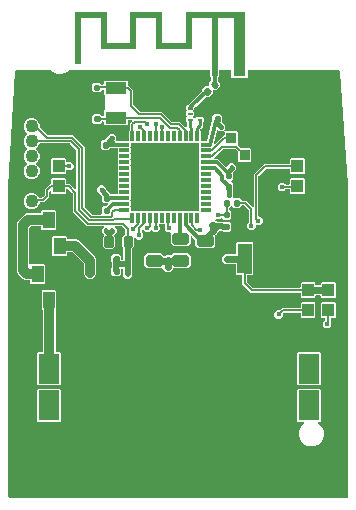
<source format=gbr>
G04 EAGLE Gerber RS-274X export*
G75*
%MOMM*%
%FSLAX34Y34*%
%LPD*%
%INTop Copper*%
%IPPOS*%
%AMOC8*
5,1,8,0,0,1.08239X$1,22.5*%
G01*
%ADD10R,0.300000X0.850000*%
%ADD11R,0.850000X0.300000*%
%ADD12C,0.157500*%
%ADD13C,0.280800*%
%ADD14C,0.500000*%
%ADD15C,0.402900*%
%ADD16R,1.800000X1.000000*%
%ADD17R,0.850000X0.950000*%
%ADD18R,0.900000X0.500000*%
%ADD19R,0.500000X0.500000*%
%ADD20R,1.778000X2.540000*%
%ADD21C,8.000000*%
%ADD22R,2.500000X1.200000*%
%ADD23C,0.125000*%
%ADD24R,1.000000X1.400000*%
%ADD25R,1.000000X1.100000*%
%ADD26C,1.100000*%
%ADD27C,0.152400*%
%ADD28C,0.450000*%
%ADD29C,0.304800*%
%ADD30C,0.457200*%
%ADD31C,0.431800*%
%ADD32C,0.609600*%
%ADD33C,0.406400*%
%ADD34C,0.254000*%
%ADD35C,0.330200*%
%ADD36C,0.453200*%
%ADD37C,0.508000*%
%ADD38C,0.503200*%
%ADD39C,0.812800*%

G36*
X290896Y4771D02*
X290896Y4771D01*
X290915Y4769D01*
X291017Y4791D01*
X291119Y4807D01*
X291136Y4817D01*
X291156Y4821D01*
X291245Y4874D01*
X291336Y4923D01*
X291350Y4937D01*
X291367Y4947D01*
X291434Y5026D01*
X291506Y5101D01*
X291514Y5119D01*
X291527Y5134D01*
X291566Y5230D01*
X291609Y5324D01*
X291611Y5344D01*
X291619Y5362D01*
X291637Y5529D01*
X291637Y269887D01*
X291634Y269908D01*
X291635Y269942D01*
X284730Y365636D01*
X284713Y365705D01*
X284706Y365776D01*
X284685Y365824D01*
X284672Y365875D01*
X284657Y365899D01*
X284651Y366265D01*
X284648Y366277D01*
X284650Y366290D01*
X284626Y366398D01*
X284606Y366507D01*
X284600Y366518D01*
X284597Y366530D01*
X284541Y366626D01*
X284487Y366722D01*
X284478Y366731D01*
X284471Y366742D01*
X284387Y366813D01*
X284306Y366888D01*
X284294Y366893D01*
X284284Y366901D01*
X284181Y366943D01*
X284081Y366987D01*
X284068Y366989D01*
X284056Y366993D01*
X283889Y367012D01*
X207778Y367012D01*
X207758Y367009D01*
X207739Y367011D01*
X207637Y366989D01*
X207535Y366972D01*
X207518Y366963D01*
X207498Y366959D01*
X207409Y366905D01*
X207318Y366857D01*
X207304Y366843D01*
X207287Y366832D01*
X207220Y366754D01*
X207148Y366679D01*
X207140Y366661D01*
X207127Y366646D01*
X207088Y366549D01*
X207045Y366456D01*
X207043Y366436D01*
X207035Y366417D01*
X207017Y366251D01*
X207017Y360579D01*
X206421Y359983D01*
X193579Y359983D01*
X192983Y360579D01*
X192983Y366251D01*
X192980Y366270D01*
X192982Y366290D01*
X192960Y366391D01*
X192944Y366493D01*
X192934Y366511D01*
X192930Y366530D01*
X192877Y366619D01*
X192828Y366711D01*
X192814Y366724D01*
X192804Y366742D01*
X192725Y366809D01*
X192650Y366880D01*
X192632Y366889D01*
X192617Y366901D01*
X192521Y366940D01*
X192427Y366984D01*
X192407Y366986D01*
X192389Y366993D01*
X192222Y367012D01*
X183532Y367012D01*
X183512Y367009D01*
X183493Y367011D01*
X183391Y366989D01*
X183289Y366972D01*
X183272Y366963D01*
X183252Y366959D01*
X183163Y366905D01*
X183072Y366857D01*
X183058Y366843D01*
X183041Y366832D01*
X182974Y366754D01*
X182902Y366679D01*
X182894Y366661D01*
X182881Y366646D01*
X182842Y366549D01*
X182799Y366456D01*
X182797Y366436D01*
X182789Y366417D01*
X182771Y366251D01*
X182771Y361946D01*
X181893Y361069D01*
X181841Y360995D01*
X181782Y360926D01*
X181769Y360896D01*
X181750Y360869D01*
X181723Y360782D01*
X181689Y360698D01*
X181685Y360657D01*
X181678Y360634D01*
X181678Y360602D01*
X181671Y360532D01*
X181666Y358108D01*
X181679Y358030D01*
X181683Y357950D01*
X181699Y357909D01*
X181706Y357865D01*
X181743Y357795D01*
X181771Y357721D01*
X181807Y357674D01*
X181821Y357648D01*
X181841Y357629D01*
X181872Y357587D01*
X183613Y355726D01*
X183540Y353511D01*
X180029Y350226D01*
X178110Y350290D01*
X178090Y350287D01*
X178071Y350290D01*
X177969Y350271D01*
X177866Y350258D01*
X177848Y350249D01*
X177829Y350246D01*
X177738Y350196D01*
X177645Y350150D01*
X177631Y350136D01*
X177614Y350127D01*
X177544Y350050D01*
X177470Y349978D01*
X177461Y349960D01*
X177448Y349945D01*
X177406Y349851D01*
X177359Y349758D01*
X177356Y349738D01*
X177348Y349720D01*
X177324Y349554D01*
X177260Y347635D01*
X173750Y344350D01*
X172024Y344407D01*
X171931Y344395D01*
X171837Y344390D01*
X171810Y344379D01*
X171781Y344376D01*
X171696Y344334D01*
X171608Y344300D01*
X171579Y344277D01*
X171559Y344268D01*
X171536Y344245D01*
X171475Y344198D01*
X162933Y336080D01*
X162928Y336074D01*
X162919Y336066D01*
X161644Y334791D01*
X161591Y334717D01*
X161531Y334648D01*
X161519Y334618D01*
X161500Y334592D01*
X161473Y334504D01*
X161439Y334420D01*
X161435Y334379D01*
X161428Y334357D01*
X161429Y334324D01*
X161421Y334253D01*
X161421Y333590D01*
X160869Y333038D01*
X160858Y333022D01*
X160842Y333010D01*
X160786Y332922D01*
X160726Y332839D01*
X160720Y332820D01*
X160709Y332803D01*
X160684Y332702D01*
X160653Y332603D01*
X160654Y332584D01*
X160649Y332564D01*
X160657Y332461D01*
X160660Y332358D01*
X160667Y332339D01*
X160668Y332319D01*
X160709Y332224D01*
X160744Y332127D01*
X160757Y332111D01*
X160764Y332093D01*
X160869Y331962D01*
X161421Y331410D01*
X161421Y328590D01*
X160869Y328038D01*
X160858Y328022D01*
X160842Y328010D01*
X160786Y327923D01*
X160726Y327839D01*
X160720Y327819D01*
X160709Y327803D01*
X160684Y327703D01*
X160653Y327603D01*
X160654Y327584D01*
X160649Y327564D01*
X160657Y327461D01*
X160660Y327358D01*
X160667Y327339D01*
X160668Y327319D01*
X160709Y327224D01*
X160744Y327127D01*
X160757Y327111D01*
X160764Y327093D01*
X160869Y326962D01*
X161462Y326369D01*
X161478Y326358D01*
X161490Y326342D01*
X161577Y326286D01*
X161661Y326226D01*
X161680Y326220D01*
X161697Y326209D01*
X161798Y326184D01*
X161897Y326153D01*
X161916Y326154D01*
X161936Y326149D01*
X162039Y326157D01*
X162142Y326160D01*
X162161Y326167D01*
X162181Y326168D01*
X162276Y326209D01*
X162373Y326244D01*
X162389Y326257D01*
X162407Y326264D01*
X162538Y326369D01*
X163690Y327521D01*
X164712Y327521D01*
X164803Y327536D01*
X164869Y327541D01*
X167317Y327541D01*
X167321Y327539D01*
X167362Y327535D01*
X167384Y327528D01*
X167416Y327529D01*
X167488Y327521D01*
X168510Y327521D01*
X169621Y326410D01*
X169621Y323590D01*
X168864Y322833D01*
X168811Y322759D01*
X168751Y322689D01*
X168739Y322659D01*
X168720Y322633D01*
X168693Y322546D01*
X168659Y322461D01*
X168655Y322420D01*
X168648Y322398D01*
X168649Y322366D01*
X168641Y322294D01*
X168641Y319048D01*
X167022Y317429D01*
X166969Y317355D01*
X166909Y317285D01*
X166897Y317255D01*
X166878Y317229D01*
X166851Y317142D01*
X166840Y317113D01*
X166827Y317085D01*
X166826Y317079D01*
X166817Y317057D01*
X166813Y317016D01*
X166806Y316994D01*
X166807Y316962D01*
X166799Y316890D01*
X166799Y316193D01*
X166813Y316103D01*
X166821Y316012D01*
X166833Y315982D01*
X166838Y315950D01*
X166881Y315869D01*
X166917Y315785D01*
X166943Y315753D01*
X166954Y315733D01*
X166977Y315710D01*
X167022Y315654D01*
X167029Y315647D01*
X167029Y307403D01*
X167032Y307383D01*
X167030Y307364D01*
X167052Y307262D01*
X167068Y307160D01*
X167078Y307143D01*
X167082Y307123D01*
X167135Y307034D01*
X167184Y306943D01*
X167198Y306929D01*
X167208Y306912D01*
X167287Y306845D01*
X167362Y306773D01*
X167380Y306765D01*
X167395Y306752D01*
X167491Y306713D01*
X167585Y306670D01*
X167605Y306668D01*
X167623Y306660D01*
X167790Y306642D01*
X169761Y306642D01*
X169851Y306656D01*
X169942Y306664D01*
X169947Y306666D01*
X172105Y306666D01*
X172157Y306674D01*
X172210Y306673D01*
X172278Y306694D01*
X172348Y306705D01*
X172395Y306730D01*
X172445Y306746D01*
X172503Y306787D01*
X172565Y306821D01*
X172602Y306859D01*
X172645Y306890D01*
X172686Y306948D01*
X172734Y306999D01*
X172757Y307047D01*
X172788Y307090D01*
X172826Y307196D01*
X172838Y307222D01*
X172839Y307232D01*
X172845Y307248D01*
X176959Y324251D01*
X176959Y324257D01*
X176962Y324263D01*
X176980Y324430D01*
X176980Y325209D01*
X176983Y325215D01*
X177001Y325241D01*
X177028Y325328D01*
X177062Y325413D01*
X177067Y325454D01*
X177074Y325476D01*
X177073Y325508D01*
X177081Y325580D01*
X177081Y327987D01*
X178648Y329553D01*
X183456Y329553D01*
X185022Y327987D01*
X185022Y322964D01*
X185025Y322947D01*
X185023Y322931D01*
X185024Y322929D01*
X185023Y322925D01*
X185045Y322823D01*
X185062Y322721D01*
X185071Y322704D01*
X185076Y322684D01*
X185129Y322595D01*
X185177Y322504D01*
X185192Y322490D01*
X185202Y322473D01*
X185281Y322406D01*
X185356Y322334D01*
X185374Y322326D01*
X185389Y322313D01*
X185485Y322274D01*
X185579Y322231D01*
X185598Y322229D01*
X185617Y322221D01*
X185649Y322218D01*
X187748Y320119D01*
X187748Y317173D01*
X187186Y316611D01*
X187144Y316553D01*
X187095Y316501D01*
X187073Y316454D01*
X187043Y316412D01*
X187022Y316343D01*
X186991Y316278D01*
X186986Y316226D01*
X186970Y316176D01*
X186972Y316105D01*
X186964Y316034D01*
X186975Y315983D01*
X186977Y315931D01*
X187001Y315863D01*
X187017Y315793D01*
X187043Y315748D01*
X187061Y315700D01*
X187106Y315644D01*
X187143Y315582D01*
X187182Y315548D01*
X187215Y315508D01*
X187275Y315469D01*
X187330Y315422D01*
X187378Y315403D01*
X187422Y315375D01*
X187491Y315357D01*
X187558Y315330D01*
X187629Y315322D01*
X187660Y315314D01*
X187684Y315316D01*
X187725Y315312D01*
X197553Y315312D01*
X198298Y314567D01*
X198298Y304334D01*
X198312Y304244D01*
X198320Y304153D01*
X198332Y304123D01*
X198337Y304091D01*
X198380Y304011D01*
X198416Y303927D01*
X198442Y303895D01*
X198453Y303874D01*
X198476Y303852D01*
X198521Y303796D01*
X201282Y301035D01*
X201356Y300982D01*
X201425Y300922D01*
X201455Y300910D01*
X201481Y300891D01*
X201568Y300864D01*
X201653Y300830D01*
X201694Y300826D01*
X201717Y300819D01*
X201749Y300820D01*
X201820Y300812D01*
X209053Y300812D01*
X209798Y300067D01*
X209798Y289515D01*
X209053Y288770D01*
X199501Y288770D01*
X198756Y289515D01*
X198756Y297495D01*
X198742Y297585D01*
X198734Y297676D01*
X198722Y297706D01*
X198717Y297738D01*
X198674Y297819D01*
X198638Y297903D01*
X198612Y297935D01*
X198601Y297956D01*
X198578Y297978D01*
X198533Y298034D01*
X196759Y299808D01*
X196685Y299861D01*
X196616Y299920D01*
X196586Y299933D01*
X196559Y299951D01*
X196472Y299978D01*
X196388Y300012D01*
X196347Y300017D01*
X196324Y300024D01*
X196292Y300023D01*
X196221Y300031D01*
X186289Y300031D01*
X186199Y300016D01*
X186108Y300009D01*
X186079Y299996D01*
X186047Y299991D01*
X185966Y299948D01*
X185882Y299913D01*
X185850Y299887D01*
X185829Y299876D01*
X185807Y299853D01*
X185751Y299808D01*
X178909Y292965D01*
X178867Y292907D01*
X178817Y292855D01*
X178795Y292808D01*
X178765Y292766D01*
X178744Y292697D01*
X178714Y292632D01*
X178708Y292580D01*
X178693Y292530D01*
X178694Y292459D01*
X178687Y292388D01*
X178698Y292337D01*
X178699Y292285D01*
X178724Y292217D01*
X178739Y292147D01*
X178766Y292102D01*
X178783Y292054D01*
X178828Y291998D01*
X178865Y291936D01*
X178905Y291902D01*
X178937Y291862D01*
X178997Y291823D01*
X179052Y291776D01*
X179100Y291757D01*
X179144Y291729D01*
X179214Y291711D01*
X179280Y291684D01*
X179351Y291676D01*
X179383Y291668D01*
X179406Y291670D01*
X179447Y291666D01*
X181804Y291666D01*
X188236Y285233D01*
X188253Y285221D01*
X188265Y285206D01*
X188352Y285150D01*
X188436Y285089D01*
X188455Y285084D01*
X188472Y285073D01*
X188572Y285047D01*
X188671Y285017D01*
X188691Y285018D01*
X188711Y285013D01*
X188813Y285021D01*
X188917Y285023D01*
X188936Y285030D01*
X188956Y285032D01*
X189051Y285072D01*
X189148Y285108D01*
X189164Y285120D01*
X189182Y285128D01*
X189313Y285233D01*
X189516Y285436D01*
X189569Y285510D01*
X189629Y285579D01*
X189641Y285609D01*
X189660Y285636D01*
X189686Y285723D01*
X189721Y285807D01*
X189722Y285822D01*
X191822Y287922D01*
X194769Y287922D01*
X196852Y285839D01*
X196852Y282892D01*
X195072Y281111D01*
X195019Y281037D01*
X194959Y280968D01*
X194947Y280938D01*
X194928Y280911D01*
X194901Y280825D01*
X194867Y280740D01*
X194863Y280699D01*
X194856Y280676D01*
X194857Y280644D01*
X194849Y280573D01*
X194849Y274937D01*
X193265Y273353D01*
X193253Y273337D01*
X193238Y273325D01*
X193182Y273237D01*
X193121Y273154D01*
X193116Y273135D01*
X193105Y273118D01*
X193079Y273017D01*
X193049Y272918D01*
X193050Y272899D01*
X193045Y272879D01*
X193053Y272776D01*
X193055Y272673D01*
X193062Y272654D01*
X193064Y272634D01*
X193104Y272539D01*
X193140Y272442D01*
X193152Y272426D01*
X193160Y272408D01*
X193265Y272277D01*
X194849Y270693D01*
X194849Y265285D01*
X194404Y264840D01*
X194351Y264766D01*
X194291Y264697D01*
X194279Y264666D01*
X194260Y264640D01*
X194233Y264553D01*
X194199Y264468D01*
X194195Y264428D01*
X194188Y264405D01*
X194189Y264373D01*
X194181Y264302D01*
X194181Y263283D01*
X194195Y263192D01*
X194203Y263102D01*
X194215Y263072D01*
X194220Y263040D01*
X194263Y262959D01*
X194299Y262875D01*
X194325Y262843D01*
X194336Y262822D01*
X194359Y262800D01*
X194404Y262744D01*
X194544Y262604D01*
X194544Y259432D01*
X194547Y259412D01*
X194545Y259393D01*
X194567Y259291D01*
X194583Y259189D01*
X194593Y259172D01*
X194597Y259152D01*
X194650Y259063D01*
X194699Y258972D01*
X194713Y258958D01*
X194723Y258941D01*
X194802Y258874D01*
X194877Y258802D01*
X194895Y258794D01*
X194910Y258781D01*
X195006Y258742D01*
X195100Y258699D01*
X195120Y258697D01*
X195138Y258689D01*
X195305Y258671D01*
X199977Y258671D01*
X201559Y257089D01*
X201567Y257053D01*
X201583Y256951D01*
X201593Y256934D01*
X201597Y256914D01*
X201650Y256825D01*
X201699Y256734D01*
X201713Y256720D01*
X201723Y256703D01*
X201802Y256636D01*
X201877Y256564D01*
X201895Y256556D01*
X201910Y256543D01*
X202006Y256504D01*
X202100Y256461D01*
X202120Y256459D01*
X202138Y256451D01*
X202305Y256433D01*
X205442Y256433D01*
X206856Y255019D01*
X210619Y251256D01*
X210668Y251207D01*
X210726Y251165D01*
X210778Y251116D01*
X210825Y251094D01*
X210867Y251064D01*
X210936Y251042D01*
X211001Y251012D01*
X211053Y251006D01*
X211102Y250991D01*
X211174Y250993D01*
X211245Y250985D01*
X211296Y250996D01*
X211348Y250997D01*
X211416Y251022D01*
X211486Y251037D01*
X211531Y251064D01*
X211579Y251082D01*
X211635Y251127D01*
X211697Y251163D01*
X211731Y251203D01*
X211771Y251235D01*
X211810Y251296D01*
X211857Y251350D01*
X211876Y251399D01*
X211904Y251442D01*
X211922Y251512D01*
X211949Y251579D01*
X211957Y251650D01*
X211965Y251681D01*
X211963Y251704D01*
X211967Y251745D01*
X211967Y278842D01*
X220658Y287533D01*
X241968Y287533D01*
X241988Y287536D01*
X242007Y287534D01*
X242109Y287556D01*
X242211Y287572D01*
X242228Y287582D01*
X242248Y287586D01*
X242337Y287639D01*
X242428Y287688D01*
X242442Y287702D01*
X242459Y287712D01*
X242526Y287791D01*
X242598Y287866D01*
X242606Y287884D01*
X242619Y287899D01*
X242658Y287995D01*
X242701Y288089D01*
X242703Y288109D01*
X242711Y288127D01*
X242729Y288294D01*
X242729Y291526D01*
X243474Y292271D01*
X254526Y292271D01*
X255271Y291526D01*
X255271Y279474D01*
X254526Y278729D01*
X243474Y278729D01*
X242729Y279474D01*
X242729Y282706D01*
X242726Y282726D01*
X242728Y282745D01*
X242706Y282847D01*
X242690Y282949D01*
X242680Y282966D01*
X242676Y282986D01*
X242623Y283075D01*
X242574Y283166D01*
X242560Y283180D01*
X242550Y283197D01*
X242471Y283264D01*
X242396Y283336D01*
X242378Y283344D01*
X242363Y283357D01*
X242267Y283396D01*
X242173Y283439D01*
X242153Y283441D01*
X242135Y283449D01*
X241968Y283467D01*
X222657Y283467D01*
X222567Y283453D01*
X222476Y283445D01*
X222447Y283433D01*
X222415Y283428D01*
X222334Y283385D01*
X222250Y283349D01*
X222218Y283323D01*
X222197Y283312D01*
X222175Y283289D01*
X222119Y283244D01*
X216256Y277381D01*
X216203Y277307D01*
X216143Y277238D01*
X216131Y277207D01*
X216112Y277181D01*
X216085Y277094D01*
X216051Y277009D01*
X216047Y276968D01*
X216040Y276946D01*
X216041Y276914D01*
X216033Y276843D01*
X216033Y243282D01*
X216036Y243262D01*
X216034Y243243D01*
X216056Y243141D01*
X216072Y243039D01*
X216082Y243022D01*
X216086Y243002D01*
X216139Y242913D01*
X216188Y242822D01*
X216202Y242808D01*
X216212Y242791D01*
X216291Y242724D01*
X216366Y242652D01*
X216384Y242644D01*
X216399Y242631D01*
X216495Y242592D01*
X216589Y242549D01*
X216609Y242547D01*
X216627Y242539D01*
X216794Y242521D01*
X217458Y242521D01*
X219521Y240458D01*
X219521Y237542D01*
X217458Y235479D01*
X214282Y235479D01*
X214262Y235476D01*
X214243Y235478D01*
X214141Y235456D01*
X214039Y235440D01*
X214022Y235430D01*
X214002Y235426D01*
X213913Y235373D01*
X213822Y235324D01*
X213808Y235310D01*
X213791Y235300D01*
X213724Y235221D01*
X213652Y235146D01*
X213644Y235128D01*
X213631Y235113D01*
X213592Y235016D01*
X213549Y234923D01*
X213547Y234903D01*
X213539Y234885D01*
X213521Y234718D01*
X213521Y233542D01*
X211458Y231479D01*
X208542Y231479D01*
X206479Y233542D01*
X206479Y236458D01*
X207744Y237723D01*
X207797Y237797D01*
X207857Y237867D01*
X207869Y237897D01*
X207888Y237923D01*
X207915Y238010D01*
X207949Y238095D01*
X207953Y238136D01*
X207960Y238158D01*
X207959Y238190D01*
X207967Y238262D01*
X207967Y247843D01*
X207953Y247933D01*
X207945Y248024D01*
X207933Y248053D01*
X207928Y248085D01*
X207885Y248166D01*
X207849Y248250D01*
X207823Y248282D01*
X207812Y248303D01*
X207789Y248325D01*
X207744Y248381D01*
X203981Y252144D01*
X203907Y252197D01*
X203838Y252257D01*
X203807Y252269D01*
X203781Y252288D01*
X203694Y252315D01*
X203609Y252349D01*
X203568Y252353D01*
X203546Y252360D01*
X203514Y252359D01*
X203443Y252367D01*
X202305Y252367D01*
X202285Y252364D01*
X202266Y252366D01*
X202164Y252344D01*
X202062Y252328D01*
X202045Y252318D01*
X202025Y252314D01*
X201936Y252261D01*
X201845Y252212D01*
X201831Y252198D01*
X201814Y252188D01*
X201747Y252109D01*
X201675Y252034D01*
X201667Y252016D01*
X201654Y252001D01*
X201615Y251905D01*
X201572Y251811D01*
X201570Y251791D01*
X201562Y251773D01*
X201555Y251707D01*
X199977Y250129D01*
X195169Y250129D01*
X193811Y251487D01*
X193795Y251499D01*
X193783Y251514D01*
X193695Y251570D01*
X193612Y251631D01*
X193593Y251636D01*
X193576Y251647D01*
X193475Y251673D01*
X193376Y251703D01*
X193357Y251702D01*
X193337Y251707D01*
X193234Y251699D01*
X193131Y251697D01*
X193112Y251690D01*
X193092Y251688D01*
X192997Y251648D01*
X192900Y251612D01*
X192884Y251600D01*
X192866Y251592D01*
X192735Y251487D01*
X191360Y250112D01*
X191348Y250096D01*
X191333Y250084D01*
X191277Y249996D01*
X191216Y249913D01*
X191211Y249894D01*
X191200Y249877D01*
X191174Y249776D01*
X191144Y249677D01*
X191145Y249658D01*
X191140Y249638D01*
X191148Y249535D01*
X191150Y249432D01*
X191157Y249413D01*
X191159Y249393D01*
X191199Y249298D01*
X191235Y249201D01*
X191247Y249185D01*
X191255Y249167D01*
X191360Y249036D01*
X193071Y247325D01*
X193071Y241917D01*
X191504Y240350D01*
X186696Y240350D01*
X185551Y241495D01*
X185535Y241507D01*
X185522Y241523D01*
X185435Y241579D01*
X185351Y241639D01*
X185332Y241645D01*
X185315Y241656D01*
X185215Y241681D01*
X185116Y241711D01*
X185096Y241711D01*
X185077Y241716D01*
X184974Y241708D01*
X184870Y241705D01*
X184852Y241698D01*
X184832Y241696D01*
X184737Y241656D01*
X184639Y241620D01*
X184624Y241608D01*
X184605Y241600D01*
X184474Y241495D01*
X183458Y240479D01*
X180268Y240479D01*
X180220Y240471D01*
X180171Y240473D01*
X180099Y240452D01*
X180025Y240440D01*
X179982Y240417D01*
X179935Y240403D01*
X179874Y240360D01*
X179807Y240324D01*
X179774Y240289D01*
X179734Y240261D01*
X179690Y240201D01*
X179638Y240146D01*
X179618Y240102D01*
X179589Y240063D01*
X179566Y239991D01*
X179534Y239923D01*
X179529Y239875D01*
X179514Y239828D01*
X179516Y239753D01*
X179507Y239679D01*
X179518Y239631D01*
X179518Y239582D01*
X179544Y239512D01*
X179560Y239438D01*
X179584Y239397D01*
X179601Y239351D01*
X179647Y239292D01*
X179686Y239227D01*
X179723Y239196D01*
X179753Y239157D01*
X179816Y239116D01*
X179873Y239067D01*
X179918Y239049D01*
X179958Y239022D01*
X180079Y238984D01*
X180101Y238975D01*
X180110Y238974D01*
X180118Y238972D01*
X182349Y238525D01*
X182381Y238524D01*
X182473Y238511D01*
X183954Y238462D01*
X183992Y238456D01*
X186006Y238384D01*
X186110Y238398D01*
X186214Y238406D01*
X186231Y238413D01*
X186250Y238415D01*
X186344Y238461D01*
X186440Y238502D01*
X186458Y238516D01*
X186471Y238523D01*
X186494Y238545D01*
X186571Y238607D01*
X186696Y238732D01*
X191504Y238732D01*
X193071Y237165D01*
X193071Y231757D01*
X191504Y230190D01*
X186696Y230190D01*
X186345Y230542D01*
X186281Y230587D01*
X186224Y230640D01*
X186182Y230659D01*
X186145Y230685D01*
X186071Y230708D01*
X185999Y230740D01*
X185939Y230749D01*
X185910Y230758D01*
X185883Y230757D01*
X185833Y230764D01*
X183733Y230839D01*
X183641Y230827D01*
X183550Y230823D01*
X183520Y230812D01*
X183489Y230808D01*
X183406Y230768D01*
X183320Y230735D01*
X183288Y230711D01*
X183268Y230701D01*
X183245Y230678D01*
X183186Y230634D01*
X181067Y228652D01*
X181059Y228641D01*
X181047Y228633D01*
X180943Y228502D01*
X180416Y227665D01*
X180164Y227608D01*
X180158Y227606D01*
X180151Y227605D01*
X180045Y227560D01*
X179936Y227516D01*
X179931Y227511D01*
X179925Y227509D01*
X179794Y227404D01*
X179584Y227194D01*
X179572Y227178D01*
X179557Y227165D01*
X179501Y227078D01*
X179441Y226994D01*
X179435Y226975D01*
X179424Y226958D01*
X179399Y226858D01*
X179368Y226759D01*
X179369Y226739D01*
X179364Y226720D01*
X179372Y226617D01*
X179375Y226513D01*
X179382Y226494D01*
X179383Y226475D01*
X179419Y226391D01*
X179419Y218159D01*
X177210Y215950D01*
X164886Y215950D01*
X162677Y218159D01*
X162677Y222816D01*
X162663Y222906D01*
X162655Y222997D01*
X162643Y223027D01*
X162638Y223059D01*
X162595Y223139D01*
X162559Y223223D01*
X162533Y223256D01*
X162522Y223276D01*
X162499Y223298D01*
X162454Y223354D01*
X159890Y225918D01*
X159832Y225960D01*
X159780Y226010D01*
X159733Y226032D01*
X159691Y226062D01*
X159622Y226083D01*
X159557Y226113D01*
X159505Y226119D01*
X159455Y226134D01*
X159384Y226132D01*
X159313Y226140D01*
X159262Y226129D01*
X159210Y226128D01*
X159142Y226103D01*
X159072Y226088D01*
X159027Y226061D01*
X158979Y226043D01*
X158923Y225999D01*
X158861Y225962D01*
X158827Y225922D01*
X158787Y225890D01*
X158748Y225829D01*
X158701Y225775D01*
X158682Y225727D01*
X158654Y225683D01*
X158636Y225613D01*
X158609Y225547D01*
X158601Y225475D01*
X158593Y225444D01*
X158595Y225421D01*
X158591Y225380D01*
X158591Y220143D01*
X156382Y217934D01*
X144058Y217934D01*
X141849Y220143D01*
X141849Y228286D01*
X141853Y228290D01*
X141875Y228337D01*
X141906Y228379D01*
X141927Y228448D01*
X141957Y228513D01*
X141963Y228565D01*
X141978Y228614D01*
X141976Y228686D01*
X141984Y228757D01*
X141973Y228808D01*
X141972Y228860D01*
X141947Y228928D01*
X141932Y228998D01*
X141905Y229043D01*
X141887Y229091D01*
X141842Y229147D01*
X141806Y229209D01*
X141766Y229243D01*
X141734Y229283D01*
X141673Y229322D01*
X141619Y229369D01*
X141570Y229388D01*
X141527Y229416D01*
X141457Y229434D01*
X141391Y229461D01*
X141319Y229469D01*
X141288Y229477D01*
X141265Y229475D01*
X141224Y229479D01*
X138542Y229479D01*
X136479Y231542D01*
X136479Y234458D01*
X137002Y234981D01*
X137055Y235055D01*
X137115Y235125D01*
X137127Y235155D01*
X137146Y235181D01*
X137173Y235268D01*
X137207Y235353D01*
X137211Y235394D01*
X137218Y235416D01*
X137217Y235448D01*
X137225Y235520D01*
X137225Y235589D01*
X137222Y235609D01*
X137224Y235628D01*
X137202Y235730D01*
X137186Y235832D01*
X137176Y235849D01*
X137172Y235869D01*
X137119Y235958D01*
X137070Y236049D01*
X137056Y236063D01*
X137046Y236080D01*
X136967Y236147D01*
X136892Y236219D01*
X136874Y236227D01*
X136859Y236240D01*
X136763Y236279D01*
X136669Y236322D01*
X136649Y236324D01*
X136631Y236332D01*
X136464Y236350D01*
X132467Y236350D01*
X132396Y236339D01*
X132324Y236337D01*
X132275Y236319D01*
X132224Y236311D01*
X132161Y236277D01*
X132093Y236252D01*
X132053Y236220D01*
X132006Y236195D01*
X131957Y236143D01*
X131901Y236099D01*
X131873Y236055D01*
X131837Y236017D01*
X131807Y235952D01*
X131768Y235892D01*
X131755Y235841D01*
X131733Y235794D01*
X131726Y235723D01*
X131708Y235653D01*
X131712Y235601D01*
X131706Y235550D01*
X131722Y235479D01*
X131727Y235408D01*
X131748Y235360D01*
X131759Y235309D01*
X131795Y235248D01*
X131824Y235182D01*
X131868Y235126D01*
X131885Y235098D01*
X131903Y235083D01*
X131928Y235051D01*
X132521Y234458D01*
X132521Y231542D01*
X130458Y229479D01*
X127542Y229479D01*
X126038Y230983D01*
X126022Y230994D01*
X126010Y231010D01*
X125922Y231066D01*
X125839Y231126D01*
X125820Y231132D01*
X125803Y231143D01*
X125702Y231168D01*
X125603Y231199D01*
X125584Y231198D01*
X125564Y231203D01*
X125461Y231195D01*
X125358Y231192D01*
X125339Y231185D01*
X125319Y231184D01*
X125224Y231143D01*
X125127Y231108D01*
X125111Y231095D01*
X125093Y231087D01*
X124962Y230983D01*
X123458Y229479D01*
X120542Y229479D01*
X118332Y231689D01*
X118274Y231731D01*
X118222Y231780D01*
X118175Y231802D01*
X118133Y231832D01*
X118064Y231853D01*
X117999Y231884D01*
X117947Y231889D01*
X117897Y231905D01*
X117826Y231903D01*
X117755Y231911D01*
X117704Y231900D01*
X117652Y231898D01*
X117584Y231874D01*
X117514Y231858D01*
X117469Y231832D01*
X117421Y231814D01*
X117365Y231769D01*
X117303Y231732D01*
X117269Y231693D01*
X117229Y231660D01*
X117190Y231600D01*
X117143Y231545D01*
X117124Y231497D01*
X117096Y231453D01*
X117078Y231384D01*
X117051Y231317D01*
X117043Y231246D01*
X117035Y231215D01*
X117037Y231191D01*
X117033Y231150D01*
X117033Y230262D01*
X117047Y230172D01*
X117055Y230081D01*
X117067Y230051D01*
X117072Y230019D01*
X117115Y229938D01*
X117151Y229854D01*
X117177Y229822D01*
X117188Y229802D01*
X117211Y229779D01*
X117256Y229723D01*
X118521Y228458D01*
X118521Y225542D01*
X116458Y223479D01*
X113542Y223479D01*
X112108Y224913D01*
X112050Y224955D01*
X111998Y225004D01*
X111951Y225026D01*
X111909Y225056D01*
X111840Y225077D01*
X111775Y225108D01*
X111723Y225113D01*
X111673Y225129D01*
X111602Y225127D01*
X111531Y225135D01*
X111480Y225124D01*
X111428Y225122D01*
X111360Y225098D01*
X111290Y225082D01*
X111245Y225056D01*
X111197Y225038D01*
X111141Y224993D01*
X111079Y224956D01*
X111045Y224917D01*
X111005Y224884D01*
X110966Y224824D01*
X110919Y224769D01*
X110900Y224721D01*
X110872Y224677D01*
X110854Y224608D01*
X110827Y224541D01*
X110819Y224470D01*
X110811Y224439D01*
X110813Y224415D01*
X110809Y224374D01*
X110809Y217765D01*
X109423Y216379D01*
X109370Y216305D01*
X109310Y216235D01*
X109298Y216205D01*
X109279Y216179D01*
X109252Y216092D01*
X109218Y216007D01*
X109214Y215966D01*
X109207Y215944D01*
X109208Y215912D01*
X109200Y215840D01*
X109200Y209195D01*
X109205Y209165D01*
X109205Y197883D01*
X109200Y197839D01*
X109200Y197792D01*
X109177Y197737D01*
X109173Y197696D01*
X109166Y197674D01*
X109167Y197642D01*
X109159Y197570D01*
X109159Y192397D01*
X106927Y190165D01*
X103770Y190165D01*
X101538Y192397D01*
X101538Y198033D01*
X101534Y198052D01*
X101537Y198072D01*
X101515Y198173D01*
X101498Y198275D01*
X101489Y198293D01*
X101484Y198313D01*
X101431Y198402D01*
X101383Y198493D01*
X101368Y198507D01*
X101358Y198524D01*
X101279Y198591D01*
X101204Y198662D01*
X101186Y198671D01*
X101171Y198684D01*
X101075Y198722D01*
X100981Y198766D01*
X100962Y198768D01*
X100943Y198776D01*
X100776Y198794D01*
X100197Y198794D01*
X100177Y198791D01*
X100158Y198793D01*
X100056Y198771D01*
X99954Y198754D01*
X99937Y198745D01*
X99917Y198741D01*
X99828Y198687D01*
X99737Y198639D01*
X99723Y198625D01*
X99706Y198615D01*
X99639Y198536D01*
X99567Y198461D01*
X99559Y198443D01*
X99546Y198428D01*
X99507Y198331D01*
X99464Y198238D01*
X99462Y198218D01*
X99454Y198199D01*
X99436Y198033D01*
X99436Y194165D01*
X97869Y192598D01*
X93061Y192598D01*
X91494Y194165D01*
X91494Y199595D01*
X91544Y199653D01*
X91556Y199683D01*
X91575Y199710D01*
X91602Y199797D01*
X91636Y199881D01*
X91640Y199922D01*
X91647Y199945D01*
X91646Y199977D01*
X91654Y200048D01*
X91654Y203977D01*
X91640Y204067D01*
X91632Y204158D01*
X91620Y204188D01*
X91615Y204220D01*
X91572Y204300D01*
X91536Y204384D01*
X91510Y204416D01*
X91499Y204437D01*
X91494Y204442D01*
X91494Y209860D01*
X93061Y211427D01*
X97869Y211427D01*
X99436Y209860D01*
X99436Y207177D01*
X99439Y207157D01*
X99437Y207137D01*
X99459Y207036D01*
X99475Y206934D01*
X99485Y206916D01*
X99489Y206897D01*
X99542Y206808D01*
X99591Y206717D01*
X99605Y206703D01*
X99615Y206686D01*
X99694Y206618D01*
X99769Y206547D01*
X99787Y206539D01*
X99802Y206526D01*
X99898Y206487D01*
X99992Y206444D01*
X100012Y206441D01*
X100030Y206434D01*
X100197Y206415D01*
X100762Y206415D01*
X100782Y206419D01*
X100801Y206416D01*
X100903Y206438D01*
X101005Y206455D01*
X101022Y206464D01*
X101042Y206469D01*
X101131Y206522D01*
X101222Y206570D01*
X101236Y206585D01*
X101253Y206595D01*
X101320Y206674D01*
X101392Y206749D01*
X101400Y206767D01*
X101413Y206782D01*
X101452Y206878D01*
X101495Y206972D01*
X101497Y206991D01*
X101505Y207010D01*
X101523Y207177D01*
X101523Y216293D01*
X101509Y216383D01*
X101501Y216474D01*
X101489Y216504D01*
X101484Y216536D01*
X101441Y216617D01*
X101405Y216701D01*
X101379Y216733D01*
X101368Y216754D01*
X101345Y216776D01*
X101300Y216832D01*
X100367Y217765D01*
X100367Y225757D01*
X102292Y227682D01*
X102540Y227682D01*
X102560Y227685D01*
X102579Y227683D01*
X102681Y227705D01*
X102783Y227721D01*
X102800Y227731D01*
X102820Y227735D01*
X102909Y227788D01*
X103000Y227837D01*
X103014Y227851D01*
X103031Y227861D01*
X103098Y227940D01*
X103170Y228015D01*
X103178Y228033D01*
X103191Y228048D01*
X103230Y228144D01*
X103273Y228238D01*
X103275Y228258D01*
X103283Y228276D01*
X103301Y228443D01*
X103301Y231509D01*
X103287Y231599D01*
X103279Y231690D01*
X103267Y231719D01*
X103262Y231751D01*
X103219Y231832D01*
X103183Y231916D01*
X103157Y231948D01*
X103146Y231969D01*
X103123Y231991D01*
X103078Y232047D01*
X100484Y234641D01*
X100410Y234694D01*
X100341Y234753D01*
X100311Y234766D01*
X100285Y234784D01*
X100197Y234811D01*
X100113Y234845D01*
X100072Y234850D01*
X100050Y234857D01*
X100017Y234856D01*
X99946Y234864D01*
X95285Y234864D01*
X95215Y234852D01*
X95143Y234850D01*
X95094Y234833D01*
X95043Y234824D01*
X94979Y234791D01*
X94912Y234766D01*
X94871Y234733D01*
X94825Y234709D01*
X94776Y234657D01*
X94720Y234612D01*
X94692Y234568D01*
X94656Y234531D01*
X94626Y234466D01*
X94587Y234405D01*
X94574Y234355D01*
X94552Y234308D01*
X94544Y234236D01*
X94527Y234167D01*
X94531Y234115D01*
X94525Y234063D01*
X94541Y233993D01*
X94546Y233922D01*
X94566Y233874D01*
X94578Y233823D01*
X94614Y233761D01*
X94642Y233695D01*
X94687Y233639D01*
X94704Y233612D01*
X94721Y233596D01*
X94747Y233564D01*
X95884Y232427D01*
X95884Y229481D01*
X93823Y227420D01*
X93811Y227403D01*
X93796Y227391D01*
X93740Y227304D01*
X93679Y227220D01*
X93674Y227201D01*
X93663Y227184D01*
X93638Y227084D01*
X93607Y226985D01*
X93608Y226965D01*
X93603Y226945D01*
X93611Y226843D01*
X93613Y226739D01*
X93620Y226720D01*
X93622Y226700D01*
X93662Y226605D01*
X93698Y226508D01*
X93710Y226492D01*
X93718Y226474D01*
X93823Y226343D01*
X94409Y225757D01*
X94409Y217765D01*
X92484Y215840D01*
X85892Y215840D01*
X83967Y217765D01*
X83967Y225757D01*
X85079Y226869D01*
X85091Y226885D01*
X85106Y226898D01*
X85163Y226985D01*
X85223Y227069D01*
X85229Y227088D01*
X85239Y227105D01*
X85265Y227205D01*
X85295Y227304D01*
X85295Y227324D01*
X85300Y227343D01*
X85291Y227446D01*
X85289Y227550D01*
X85282Y227569D01*
X85280Y227589D01*
X85240Y227683D01*
X85204Y227781D01*
X85192Y227797D01*
X85184Y227815D01*
X85079Y227946D01*
X83593Y229432D01*
X83593Y232378D01*
X84779Y233564D01*
X84821Y233623D01*
X84870Y233675D01*
X84892Y233722D01*
X84923Y233764D01*
X84944Y233833D01*
X84974Y233898D01*
X84980Y233949D01*
X84995Y233999D01*
X84993Y234071D01*
X85001Y234142D01*
X84990Y234193D01*
X84989Y234245D01*
X84964Y234312D01*
X84949Y234382D01*
X84922Y234427D01*
X84904Y234476D01*
X84859Y234532D01*
X84823Y234594D01*
X84783Y234627D01*
X84750Y234668D01*
X84690Y234707D01*
X84636Y234753D01*
X84587Y234773D01*
X84543Y234801D01*
X84474Y234819D01*
X84407Y234845D01*
X84336Y234853D01*
X84305Y234861D01*
X84282Y234859D01*
X84241Y234864D01*
X70945Y234864D01*
X60143Y245666D01*
X58729Y247079D01*
X58729Y262081D01*
X58727Y262096D01*
X58728Y262110D01*
X58714Y262174D01*
X58707Y262262D01*
X58695Y262291D01*
X58690Y262323D01*
X58676Y262348D01*
X58676Y262350D01*
X58671Y262358D01*
X58647Y262404D01*
X58611Y262488D01*
X58585Y262520D01*
X58574Y262541D01*
X58551Y262563D01*
X58506Y262619D01*
X54988Y266137D01*
X54914Y266190D01*
X54845Y266250D01*
X54814Y266262D01*
X54788Y266281D01*
X54701Y266308D01*
X54616Y266342D01*
X54576Y266346D01*
X54553Y266353D01*
X54521Y266352D01*
X54450Y266360D01*
X54032Y266360D01*
X54012Y266357D01*
X53993Y266359D01*
X53891Y266337D01*
X53789Y266320D01*
X53772Y266311D01*
X53752Y266307D01*
X53663Y266254D01*
X53572Y266205D01*
X53558Y266191D01*
X53541Y266181D01*
X53474Y266102D01*
X53402Y266027D01*
X53394Y266009D01*
X53381Y265994D01*
X53342Y265898D01*
X53299Y265804D01*
X53297Y265784D01*
X53289Y265766D01*
X53271Y265599D01*
X53271Y262474D01*
X52526Y261729D01*
X41474Y261729D01*
X40729Y262474D01*
X40729Y264017D01*
X40718Y264088D01*
X40716Y264159D01*
X40698Y264208D01*
X40690Y264259D01*
X40656Y264323D01*
X40631Y264390D01*
X40599Y264431D01*
X40574Y264477D01*
X40522Y264526D01*
X40478Y264582D01*
X40434Y264610D01*
X40396Y264646D01*
X40331Y264676D01*
X40271Y264715D01*
X40220Y264728D01*
X40173Y264750D01*
X40102Y264758D01*
X40032Y264775D01*
X39980Y264771D01*
X39929Y264777D01*
X39858Y264762D01*
X39787Y264756D01*
X39739Y264736D01*
X39688Y264725D01*
X39627Y264688D01*
X39561Y264660D01*
X39505Y264615D01*
X39477Y264599D01*
X39462Y264581D01*
X39430Y264555D01*
X39256Y264381D01*
X39202Y264307D01*
X39143Y264238D01*
X39131Y264207D01*
X39112Y264181D01*
X39085Y264094D01*
X39051Y264009D01*
X39047Y263968D01*
X39040Y263946D01*
X39041Y263914D01*
X39033Y263843D01*
X39033Y259158D01*
X34842Y254967D01*
X31409Y254967D01*
X31295Y254948D01*
X31179Y254931D01*
X31173Y254929D01*
X31167Y254928D01*
X31064Y254873D01*
X30959Y254820D01*
X30955Y254815D01*
X30949Y254812D01*
X30869Y254728D01*
X30787Y254644D01*
X30783Y254638D01*
X30780Y254634D01*
X30772Y254617D01*
X30706Y254497D01*
X29740Y252165D01*
X27835Y250260D01*
X25347Y249229D01*
X22653Y249229D01*
X20165Y250260D01*
X18260Y252165D01*
X17229Y254653D01*
X17229Y257347D01*
X18260Y259835D01*
X20165Y261740D01*
X22653Y262771D01*
X25347Y262771D01*
X27835Y261740D01*
X29740Y259835D01*
X29878Y259503D01*
X29940Y259403D01*
X29999Y259303D01*
X30004Y259299D01*
X30007Y259294D01*
X30097Y259219D01*
X30186Y259143D01*
X30192Y259141D01*
X30197Y259137D01*
X30305Y259095D01*
X30414Y259051D01*
X30422Y259050D01*
X30426Y259049D01*
X30445Y259048D01*
X30581Y259033D01*
X32843Y259033D01*
X32933Y259047D01*
X33024Y259055D01*
X33053Y259067D01*
X33085Y259072D01*
X33166Y259115D01*
X33250Y259151D01*
X33282Y259177D01*
X33303Y259188D01*
X33325Y259211D01*
X33381Y259256D01*
X34744Y260619D01*
X34797Y260693D01*
X34857Y260762D01*
X34869Y260793D01*
X34888Y260819D01*
X34915Y260906D01*
X34949Y260991D01*
X34953Y261032D01*
X34960Y261054D01*
X34959Y261086D01*
X34967Y261157D01*
X34967Y265842D01*
X39658Y270533D01*
X39968Y270533D01*
X39988Y270536D01*
X40007Y270534D01*
X40109Y270556D01*
X40211Y270572D01*
X40228Y270582D01*
X40248Y270586D01*
X40337Y270639D01*
X40428Y270688D01*
X40442Y270702D01*
X40459Y270712D01*
X40526Y270791D01*
X40598Y270866D01*
X40606Y270884D01*
X40619Y270899D01*
X40658Y270995D01*
X40701Y271089D01*
X40703Y271109D01*
X40711Y271127D01*
X40729Y271294D01*
X40729Y274526D01*
X41474Y275271D01*
X52526Y275271D01*
X53271Y274526D01*
X53271Y271187D01*
X53273Y271175D01*
X53272Y271166D01*
X53273Y271160D01*
X53272Y271147D01*
X53294Y271046D01*
X53310Y270944D01*
X53320Y270927D01*
X53324Y270907D01*
X53377Y270818D01*
X53426Y270727D01*
X53440Y270713D01*
X53450Y270696D01*
X53529Y270629D01*
X53604Y270557D01*
X53622Y270549D01*
X53637Y270536D01*
X53733Y270497D01*
X53827Y270454D01*
X53847Y270452D01*
X53865Y270444D01*
X54032Y270426D01*
X56449Y270426D01*
X57863Y269012D01*
X60594Y266280D01*
X60653Y266238D01*
X60705Y266189D01*
X60752Y266167D01*
X60794Y266137D01*
X60863Y266116D01*
X60928Y266085D01*
X60980Y266080D01*
X61029Y266064D01*
X61101Y266066D01*
X61172Y266058D01*
X61223Y266069D01*
X61275Y266071D01*
X61343Y266095D01*
X61413Y266111D01*
X61457Y266137D01*
X61506Y266155D01*
X61562Y266200D01*
X61624Y266237D01*
X61658Y266276D01*
X61698Y266309D01*
X61737Y266369D01*
X61784Y266424D01*
X61803Y266472D01*
X61831Y266516D01*
X61849Y266585D01*
X61876Y266652D01*
X61883Y266723D01*
X61891Y266754D01*
X61889Y266778D01*
X61894Y266819D01*
X61894Y299040D01*
X61879Y299130D01*
X61872Y299221D01*
X61860Y299251D01*
X61854Y299283D01*
X61812Y299363D01*
X61776Y299447D01*
X61750Y299479D01*
X61739Y299500D01*
X61716Y299522D01*
X61671Y299578D01*
X56656Y304593D01*
X56582Y304646D01*
X56513Y304706D01*
X56482Y304718D01*
X56456Y304737D01*
X56369Y304764D01*
X56284Y304798D01*
X56243Y304802D01*
X56221Y304809D01*
X56189Y304808D01*
X56118Y304816D01*
X30939Y304816D01*
X30824Y304797D01*
X30708Y304780D01*
X30702Y304777D01*
X30696Y304776D01*
X30593Y304722D01*
X30489Y304669D01*
X30484Y304664D01*
X30479Y304661D01*
X30399Y304577D01*
X30316Y304493D01*
X30313Y304487D01*
X30309Y304483D01*
X30302Y304466D01*
X30236Y304346D01*
X29684Y303014D01*
X27719Y301049D01*
X27707Y301033D01*
X27692Y301020D01*
X27636Y300933D01*
X27575Y300849D01*
X27569Y300830D01*
X27559Y300813D01*
X27533Y300713D01*
X27503Y300614D01*
X27503Y300594D01*
X27499Y300575D01*
X27507Y300472D01*
X27509Y300368D01*
X27516Y300349D01*
X27518Y300330D01*
X27558Y300235D01*
X27594Y300137D01*
X27606Y300122D01*
X27614Y300103D01*
X27719Y299972D01*
X29700Y297991D01*
X30731Y295503D01*
X30731Y292809D01*
X29700Y290321D01*
X27762Y288383D01*
X27751Y288367D01*
X27735Y288355D01*
X27679Y288268D01*
X27619Y288184D01*
X27613Y288165D01*
X27602Y288148D01*
X27577Y288047D01*
X27547Y287949D01*
X27547Y287929D01*
X27542Y287909D01*
X27550Y287806D01*
X27553Y287703D01*
X27560Y287684D01*
X27561Y287664D01*
X27602Y287569D01*
X27637Y287472D01*
X27650Y287456D01*
X27658Y287438D01*
X27762Y287307D01*
X29762Y285307D01*
X30793Y282818D01*
X30793Y280125D01*
X29762Y277636D01*
X27858Y275732D01*
X25369Y274701D01*
X22676Y274701D01*
X20187Y275732D01*
X18282Y277636D01*
X17252Y280125D01*
X17252Y282818D01*
X18282Y285307D01*
X20220Y287244D01*
X20231Y287261D01*
X20247Y287273D01*
X20303Y287360D01*
X20363Y287444D01*
X20369Y287463D01*
X20380Y287480D01*
X20405Y287580D01*
X20436Y287679D01*
X20435Y287699D01*
X20440Y287718D01*
X20432Y287821D01*
X20429Y287925D01*
X20422Y287944D01*
X20421Y287964D01*
X20380Y288059D01*
X20345Y288156D01*
X20332Y288172D01*
X20325Y288190D01*
X20220Y288321D01*
X18220Y290321D01*
X17189Y292809D01*
X17189Y295503D01*
X18220Y297991D01*
X20185Y299956D01*
X20196Y299972D01*
X20212Y299985D01*
X20268Y300072D01*
X20328Y300156D01*
X20334Y300175D01*
X20345Y300192D01*
X20370Y300292D01*
X20401Y300391D01*
X20400Y300411D01*
X20405Y300430D01*
X20397Y300533D01*
X20394Y300637D01*
X20387Y300656D01*
X20386Y300675D01*
X20345Y300770D01*
X20310Y300868D01*
X20297Y300883D01*
X20289Y300902D01*
X20185Y301033D01*
X18204Y303014D01*
X17173Y305502D01*
X17173Y308196D01*
X18204Y310684D01*
X20197Y312678D01*
X20209Y312694D01*
X20225Y312707D01*
X20281Y312794D01*
X20341Y312878D01*
X20347Y312897D01*
X20358Y312914D01*
X20383Y313014D01*
X20413Y313113D01*
X20413Y313133D01*
X20418Y313152D01*
X20410Y313255D01*
X20407Y313359D01*
X20400Y313377D01*
X20399Y313397D01*
X20358Y313492D01*
X20323Y313590D01*
X20310Y313605D01*
X20302Y313624D01*
X20197Y313755D01*
X18260Y315692D01*
X17229Y318180D01*
X17229Y320874D01*
X18260Y323363D01*
X20165Y325267D01*
X22653Y326298D01*
X25347Y326298D01*
X27835Y325267D01*
X29740Y323363D01*
X30771Y320874D01*
X30771Y319122D01*
X30785Y319032D01*
X30793Y318941D01*
X30805Y318911D01*
X30810Y318879D01*
X30853Y318798D01*
X30889Y318714D01*
X30915Y318682D01*
X30926Y318662D01*
X30949Y318639D01*
X30994Y318583D01*
X37679Y311899D01*
X37752Y311846D01*
X37822Y311786D01*
X37852Y311774D01*
X37878Y311755D01*
X37965Y311728D01*
X38050Y311694D01*
X38091Y311690D01*
X38113Y311683D01*
X38146Y311684D01*
X38217Y311676D01*
X59274Y311676D01*
X68753Y302197D01*
X68753Y251023D01*
X68768Y250932D01*
X68775Y250842D01*
X68788Y250812D01*
X68793Y250780D01*
X68836Y250699D01*
X68872Y250615D01*
X68897Y250583D01*
X68908Y250562D01*
X68932Y250540D01*
X68976Y250484D01*
X74720Y244740D01*
X74794Y244687D01*
X74864Y244628D01*
X74894Y244616D01*
X74920Y244597D01*
X75007Y244570D01*
X75092Y244536D01*
X75133Y244531D01*
X75155Y244524D01*
X75187Y244525D01*
X75259Y244517D01*
X82540Y244517D01*
X82560Y244521D01*
X82580Y244518D01*
X82681Y244540D01*
X82783Y244557D01*
X82801Y244566D01*
X82820Y244571D01*
X82909Y244624D01*
X83001Y244672D01*
X83014Y244687D01*
X83031Y244697D01*
X83099Y244776D01*
X83170Y244851D01*
X83178Y244869D01*
X83191Y244884D01*
X83230Y244980D01*
X83274Y245074D01*
X83276Y245093D01*
X83283Y245112D01*
X83302Y245279D01*
X83302Y250709D01*
X84869Y252276D01*
X87275Y252276D01*
X87365Y252291D01*
X87456Y252298D01*
X87486Y252310D01*
X87518Y252316D01*
X87599Y252358D01*
X87683Y252394D01*
X87715Y252420D01*
X87736Y252431D01*
X87758Y252454D01*
X87814Y252499D01*
X88590Y253275D01*
X88632Y253333D01*
X88681Y253385D01*
X88703Y253432D01*
X88733Y253474D01*
X88754Y253543D01*
X88785Y253608D01*
X88790Y253660D01*
X88806Y253710D01*
X88804Y253781D01*
X88812Y253852D01*
X88801Y253903D01*
X88799Y253955D01*
X88775Y254023D01*
X88759Y254093D01*
X88733Y254138D01*
X88715Y254186D01*
X88670Y254242D01*
X88633Y254304D01*
X88594Y254338D01*
X88561Y254378D01*
X88501Y254417D01*
X88446Y254464D01*
X88398Y254483D01*
X88354Y254511D01*
X88285Y254529D01*
X88218Y254556D01*
X88147Y254564D01*
X88116Y254572D01*
X88092Y254570D01*
X88051Y254574D01*
X84885Y254574D01*
X83318Y256141D01*
X83318Y259830D01*
X83304Y259920D01*
X83296Y260011D01*
X83284Y260040D01*
X83279Y260072D01*
X83236Y260153D01*
X83200Y260237D01*
X83174Y260269D01*
X83163Y260290D01*
X83140Y260312D01*
X83095Y260368D01*
X79813Y263650D01*
X79813Y263735D01*
X79799Y263825D01*
X79791Y263916D01*
X79779Y263945D01*
X79774Y263977D01*
X79731Y264058D01*
X79695Y264142D01*
X79669Y264174D01*
X79658Y264195D01*
X79635Y264217D01*
X79590Y264273D01*
X79579Y264284D01*
X79579Y267214D01*
X81651Y269286D01*
X84581Y269286D01*
X86653Y267214D01*
X86653Y266467D01*
X86667Y266377D01*
X86675Y266286D01*
X86687Y266257D01*
X86692Y266225D01*
X86735Y266144D01*
X86771Y266060D01*
X86797Y266028D01*
X86808Y266007D01*
X86831Y265985D01*
X86876Y265929D01*
X89466Y263339D01*
X89480Y263329D01*
X90946Y261863D01*
X91020Y261810D01*
X91089Y261750D01*
X91120Y261738D01*
X91146Y261719D01*
X91233Y261692D01*
X91318Y261658D01*
X91358Y261654D01*
X91381Y261647D01*
X91413Y261648D01*
X91484Y261640D01*
X95976Y261640D01*
X95996Y261643D01*
X96015Y261641D01*
X96117Y261663D01*
X96219Y261679D01*
X96236Y261689D01*
X96256Y261693D01*
X96345Y261746D01*
X96436Y261795D01*
X96450Y261809D01*
X96467Y261819D01*
X96534Y261898D01*
X96606Y261973D01*
X96614Y261991D01*
X96627Y262006D01*
X96666Y262102D01*
X96709Y262196D01*
X96711Y262216D01*
X96719Y262234D01*
X96737Y262401D01*
X96737Y265920D01*
X96756Y265949D01*
X96816Y266032D01*
X96822Y266051D01*
X96833Y266068D01*
X96858Y266169D01*
X96889Y266268D01*
X96888Y266288D01*
X96893Y266307D01*
X96885Y266410D01*
X96882Y266513D01*
X96875Y266532D01*
X96874Y266552D01*
X96833Y266647D01*
X96798Y266744D01*
X96785Y266760D01*
X96777Y266778D01*
X96737Y266829D01*
X96737Y270920D01*
X96756Y270949D01*
X96816Y271032D01*
X96822Y271051D01*
X96833Y271068D01*
X96858Y271169D01*
X96889Y271268D01*
X96888Y271288D01*
X96893Y271307D01*
X96885Y271410D01*
X96882Y271513D01*
X96875Y271532D01*
X96874Y271552D01*
X96833Y271647D01*
X96798Y271744D01*
X96785Y271760D01*
X96777Y271778D01*
X96737Y271829D01*
X96737Y275920D01*
X96756Y275949D01*
X96816Y276032D01*
X96822Y276051D01*
X96833Y276068D01*
X96858Y276169D01*
X96889Y276268D01*
X96888Y276288D01*
X96893Y276307D01*
X96885Y276410D01*
X96882Y276513D01*
X96875Y276532D01*
X96874Y276552D01*
X96833Y276647D01*
X96798Y276744D01*
X96785Y276760D01*
X96777Y276778D01*
X96737Y276829D01*
X96737Y280920D01*
X96756Y280949D01*
X96816Y281032D01*
X96822Y281051D01*
X96833Y281068D01*
X96858Y281169D01*
X96889Y281268D01*
X96888Y281288D01*
X96893Y281307D01*
X96885Y281410D01*
X96882Y281513D01*
X96875Y281532D01*
X96874Y281552D01*
X96833Y281647D01*
X96798Y281744D01*
X96785Y281760D01*
X96777Y281778D01*
X96737Y281829D01*
X96737Y285920D01*
X96756Y285949D01*
X96816Y286032D01*
X96822Y286051D01*
X96833Y286068D01*
X96858Y286169D01*
X96889Y286268D01*
X96888Y286288D01*
X96893Y286307D01*
X96885Y286410D01*
X96882Y286513D01*
X96875Y286532D01*
X96874Y286552D01*
X96833Y286647D01*
X96798Y286744D01*
X96785Y286760D01*
X96777Y286778D01*
X96737Y286829D01*
X96737Y290920D01*
X96756Y290949D01*
X96816Y291032D01*
X96822Y291051D01*
X96833Y291068D01*
X96858Y291169D01*
X96889Y291268D01*
X96888Y291288D01*
X96893Y291307D01*
X96885Y291410D01*
X96882Y291513D01*
X96875Y291532D01*
X96874Y291552D01*
X96833Y291647D01*
X96798Y291744D01*
X96785Y291760D01*
X96777Y291778D01*
X96737Y291829D01*
X96737Y295920D01*
X96756Y295949D01*
X96816Y296032D01*
X96822Y296051D01*
X96833Y296068D01*
X96858Y296169D01*
X96889Y296268D01*
X96888Y296288D01*
X96893Y296307D01*
X96885Y296410D01*
X96882Y296513D01*
X96875Y296532D01*
X96874Y296552D01*
X96833Y296647D01*
X96798Y296744D01*
X96785Y296760D01*
X96777Y296778D01*
X96737Y296829D01*
X96737Y300315D01*
X96734Y300335D01*
X96736Y300354D01*
X96714Y300456D01*
X96698Y300558D01*
X96688Y300575D01*
X96684Y300595D01*
X96631Y300684D01*
X96582Y300775D01*
X96568Y300789D01*
X96558Y300806D01*
X96479Y300873D01*
X96404Y300945D01*
X96386Y300953D01*
X96371Y300966D01*
X96275Y301005D01*
X96181Y301048D01*
X96161Y301050D01*
X96143Y301058D01*
X95976Y301076D01*
X92689Y301076D01*
X92662Y301072D01*
X92609Y301072D01*
X91634Y300968D01*
X91571Y300993D01*
X91508Y301029D01*
X91458Y301039D01*
X91411Y301058D01*
X91293Y301071D01*
X91267Y301076D01*
X91258Y301075D01*
X91244Y301076D01*
X90822Y301076D01*
X90732Y301062D01*
X90641Y301054D01*
X90611Y301042D01*
X90579Y301037D01*
X90499Y300994D01*
X90415Y300958D01*
X90383Y300932D01*
X90362Y300921D01*
X90340Y300898D01*
X90284Y300853D01*
X88963Y299532D01*
X84155Y299532D01*
X82588Y301099D01*
X82588Y306507D01*
X84155Y308074D01*
X85844Y308074D01*
X85934Y308088D01*
X86025Y308096D01*
X86054Y308108D01*
X86086Y308113D01*
X86167Y308156D01*
X86251Y308192D01*
X86283Y308218D01*
X86304Y308229D01*
X86326Y308252D01*
X86382Y308297D01*
X88151Y310066D01*
X88204Y310140D01*
X88264Y310209D01*
X88276Y310240D01*
X88295Y310266D01*
X88322Y310353D01*
X88356Y310438D01*
X88360Y310479D01*
X88367Y310501D01*
X88366Y310533D01*
X88374Y310604D01*
X88374Y310856D01*
X90446Y312928D01*
X93376Y312928D01*
X95448Y310856D01*
X95448Y307911D01*
X95445Y307907D01*
X95396Y307855D01*
X95374Y307808D01*
X95343Y307766D01*
X95322Y307697D01*
X95292Y307632D01*
X95286Y307580D01*
X95271Y307531D01*
X95273Y307459D01*
X95265Y307388D01*
X95276Y307337D01*
X95277Y307285D01*
X95302Y307217D01*
X95317Y307147D01*
X95344Y307102D01*
X95362Y307054D01*
X95407Y306998D01*
X95443Y306936D01*
X95483Y306902D01*
X95516Y306862D01*
X95576Y306823D01*
X95630Y306776D01*
X95679Y306757D01*
X95722Y306729D01*
X95792Y306711D01*
X95859Y306684D01*
X95930Y306676D01*
X95961Y306668D01*
X95984Y306670D01*
X96025Y306666D01*
X103575Y306666D01*
X103588Y306660D01*
X103629Y306656D01*
X103651Y306649D01*
X103684Y306650D01*
X103755Y306642D01*
X105726Y306642D01*
X105746Y306645D01*
X105765Y306643D01*
X105867Y306665D01*
X105969Y306681D01*
X105986Y306691D01*
X106006Y306695D01*
X106095Y306748D01*
X106186Y306797D01*
X106200Y306811D01*
X106217Y306821D01*
X106284Y306900D01*
X106356Y306975D01*
X106364Y306993D01*
X106377Y307008D01*
X106416Y307104D01*
X106459Y307198D01*
X106461Y307218D01*
X106469Y307236D01*
X106487Y307403D01*
X106487Y315647D01*
X107002Y316162D01*
X107055Y316236D01*
X107115Y316306D01*
X107127Y316336D01*
X107146Y316362D01*
X107173Y316449D01*
X107207Y316534D01*
X107211Y316575D01*
X107218Y316597D01*
X107217Y316629D01*
X107225Y316701D01*
X107225Y322100D01*
X108448Y323323D01*
X108490Y323381D01*
X108540Y323433D01*
X108562Y323481D01*
X108592Y323523D01*
X108613Y323591D01*
X108643Y323656D01*
X108649Y323708D01*
X108664Y323758D01*
X108662Y323830D01*
X108670Y323901D01*
X108659Y323952D01*
X108658Y324004D01*
X108633Y324071D01*
X108618Y324141D01*
X108591Y324186D01*
X108573Y324235D01*
X108529Y324291D01*
X108492Y324352D01*
X108452Y324386D01*
X108420Y324427D01*
X108359Y324466D01*
X108305Y324512D01*
X108257Y324532D01*
X108213Y324560D01*
X108143Y324577D01*
X108077Y324604D01*
X108005Y324612D01*
X107974Y324620D01*
X107951Y324618D01*
X107910Y324623D01*
X106168Y324623D01*
X106148Y324619D01*
X106129Y324622D01*
X106027Y324600D01*
X105925Y324583D01*
X105908Y324574D01*
X105888Y324569D01*
X105799Y324516D01*
X105708Y324468D01*
X105694Y324453D01*
X105677Y324443D01*
X105610Y324364D01*
X105538Y324289D01*
X105530Y324271D01*
X105517Y324256D01*
X105478Y324160D01*
X105435Y324066D01*
X105433Y324047D01*
X105425Y324028D01*
X105407Y323861D01*
X105407Y321258D01*
X104662Y320513D01*
X85610Y320513D01*
X84865Y321258D01*
X84865Y322861D01*
X84862Y322881D01*
X84864Y322901D01*
X84842Y323002D01*
X84826Y323104D01*
X84816Y323122D01*
X84812Y323141D01*
X84759Y323230D01*
X84710Y323322D01*
X84696Y323335D01*
X84686Y323352D01*
X84607Y323420D01*
X84532Y323491D01*
X84514Y323499D01*
X84499Y323512D01*
X84403Y323551D01*
X84309Y323595D01*
X84289Y323597D01*
X84271Y323604D01*
X84139Y323619D01*
X84134Y323620D01*
X84131Y323620D01*
X84104Y323623D01*
X84070Y323623D01*
X83980Y323608D01*
X83889Y323601D01*
X83859Y323588D01*
X83827Y323583D01*
X83747Y323540D01*
X83663Y323504D01*
X83631Y323479D01*
X83610Y323468D01*
X83588Y323444D01*
X83532Y323400D01*
X81817Y321685D01*
X76409Y321685D01*
X74842Y323251D01*
X74842Y328059D01*
X76409Y329626D01*
X81817Y329626D01*
X83532Y327911D01*
X83606Y327858D01*
X83675Y327799D01*
X83705Y327786D01*
X83731Y327768D01*
X83818Y327741D01*
X83903Y327707D01*
X83944Y327702D01*
X83966Y327695D01*
X83999Y327696D01*
X84070Y327688D01*
X84104Y327688D01*
X84124Y327691D01*
X84143Y327689D01*
X84199Y327701D01*
X84212Y327702D01*
X84230Y327708D01*
X84245Y327711D01*
X84347Y327728D01*
X84364Y327737D01*
X84384Y327741D01*
X84473Y327795D01*
X84564Y327843D01*
X84578Y327857D01*
X84595Y327868D01*
X84662Y327946D01*
X84734Y328021D01*
X84742Y328039D01*
X84755Y328054D01*
X84794Y328151D01*
X84837Y328244D01*
X84839Y328264D01*
X84847Y328283D01*
X84865Y328449D01*
X84865Y332310D01*
X85610Y333055D01*
X85627Y333055D01*
X85647Y333058D01*
X85666Y333056D01*
X85768Y333078D01*
X85870Y333094D01*
X85887Y333104D01*
X85907Y333108D01*
X85996Y333161D01*
X86087Y333210D01*
X86101Y333224D01*
X86118Y333234D01*
X86185Y333313D01*
X86257Y333388D01*
X86265Y333406D01*
X86278Y333421D01*
X86317Y333517D01*
X86360Y333611D01*
X86362Y333631D01*
X86370Y333649D01*
X86388Y333816D01*
X86388Y344752D01*
X86385Y344772D01*
X86387Y344791D01*
X86365Y344893D01*
X86349Y344995D01*
X86339Y345012D01*
X86335Y345032D01*
X86282Y345121D01*
X86233Y345212D01*
X86219Y345226D01*
X86209Y345243D01*
X86130Y345310D01*
X86055Y345382D01*
X86037Y345390D01*
X86022Y345403D01*
X85926Y345442D01*
X85832Y345485D01*
X85812Y345487D01*
X85794Y345495D01*
X85627Y345513D01*
X85610Y345513D01*
X84865Y346258D01*
X84865Y349452D01*
X84862Y349471D01*
X84864Y349491D01*
X84842Y349592D01*
X84826Y349694D01*
X84816Y349712D01*
X84812Y349732D01*
X84759Y349821D01*
X84710Y349912D01*
X84696Y349926D01*
X84686Y349943D01*
X84607Y350010D01*
X84532Y350081D01*
X84514Y350090D01*
X84499Y350103D01*
X84403Y350141D01*
X84309Y350185D01*
X84289Y350187D01*
X84271Y350195D01*
X84104Y350213D01*
X83896Y350213D01*
X83806Y350198D01*
X83715Y350191D01*
X83685Y350178D01*
X83654Y350173D01*
X83573Y350131D01*
X83489Y350095D01*
X83457Y350069D01*
X83436Y350058D01*
X83414Y350035D01*
X83358Y349990D01*
X81643Y348275D01*
X76235Y348275D01*
X74668Y349842D01*
X74668Y354650D01*
X76235Y356216D01*
X81643Y356216D01*
X83358Y354501D01*
X83432Y354448D01*
X83501Y354389D01*
X83532Y354377D01*
X83558Y354358D01*
X83645Y354331D01*
X83730Y354297D01*
X83770Y354292D01*
X83793Y354286D01*
X83825Y354286D01*
X83896Y354278D01*
X84104Y354278D01*
X84124Y354282D01*
X84143Y354279D01*
X84245Y354301D01*
X84347Y354318D01*
X84364Y354327D01*
X84384Y354332D01*
X84473Y354385D01*
X84564Y354433D01*
X84578Y354448D01*
X84595Y354458D01*
X84662Y354537D01*
X84734Y354612D01*
X84742Y354630D01*
X84755Y354645D01*
X84794Y354741D01*
X84837Y354835D01*
X84839Y354854D01*
X84847Y354873D01*
X84865Y355040D01*
X84865Y357310D01*
X85610Y358055D01*
X104662Y358055D01*
X105407Y357310D01*
X105407Y354578D01*
X105410Y354558D01*
X105408Y354539D01*
X105430Y354437D01*
X105446Y354335D01*
X105456Y354318D01*
X105460Y354298D01*
X105513Y354209D01*
X105562Y354118D01*
X105576Y354104D01*
X105586Y354087D01*
X105665Y354020D01*
X105740Y353948D01*
X105758Y353940D01*
X105773Y353927D01*
X105869Y353888D01*
X105963Y353845D01*
X105983Y353843D01*
X106001Y353835D01*
X106044Y353830D01*
X110033Y349842D01*
X110033Y337657D01*
X110047Y337567D01*
X110055Y337476D01*
X110067Y337447D01*
X110072Y337415D01*
X110115Y337334D01*
X110151Y337250D01*
X110177Y337218D01*
X110188Y337197D01*
X110211Y337175D01*
X110256Y337119D01*
X115619Y331756D01*
X115693Y331703D01*
X115762Y331643D01*
X115793Y331631D01*
X115819Y331612D01*
X115906Y331585D01*
X115991Y331551D01*
X116032Y331547D01*
X116054Y331540D01*
X116086Y331541D01*
X116157Y331533D01*
X134342Y331533D01*
X142589Y323286D01*
X142663Y323232D01*
X142733Y323173D01*
X142763Y323161D01*
X142789Y323142D01*
X142876Y323115D01*
X142961Y323081D01*
X143002Y323076D01*
X143024Y323070D01*
X143056Y323070D01*
X143128Y323063D01*
X149521Y323063D01*
X150935Y321649D01*
X154060Y318524D01*
X154118Y318482D01*
X154170Y318433D01*
X154217Y318411D01*
X154259Y318380D01*
X154328Y318359D01*
X154393Y318329D01*
X154445Y318323D01*
X154495Y318308D01*
X154566Y318310D01*
X154637Y318302D01*
X154688Y318313D01*
X154740Y318314D01*
X154808Y318339D01*
X154878Y318354D01*
X154923Y318381D01*
X154971Y318399D01*
X155027Y318444D01*
X155089Y318480D01*
X155123Y318520D01*
X155163Y318552D01*
X155202Y318613D01*
X155249Y318667D01*
X155268Y318715D01*
X155296Y318759D01*
X155314Y318829D01*
X155341Y318895D01*
X155349Y318967D01*
X155357Y318998D01*
X155355Y319021D01*
X155359Y319062D01*
X155359Y322294D01*
X155345Y322385D01*
X155337Y322475D01*
X155325Y322505D01*
X155320Y322537D01*
X155277Y322618D01*
X155241Y322702D01*
X155215Y322734D01*
X155204Y322755D01*
X155181Y322777D01*
X155136Y322833D01*
X154379Y323590D01*
X154379Y326410D01*
X154931Y326962D01*
X154942Y326978D01*
X154958Y326990D01*
X155014Y327078D01*
X155074Y327161D01*
X155080Y327180D01*
X155091Y327197D01*
X155116Y327298D01*
X155147Y327397D01*
X155146Y327416D01*
X155151Y327436D01*
X155143Y327539D01*
X155140Y327642D01*
X155133Y327661D01*
X155132Y327681D01*
X155091Y327776D01*
X155056Y327873D01*
X155043Y327889D01*
X155036Y327907D01*
X154931Y328038D01*
X154379Y328590D01*
X154379Y331410D01*
X154931Y331962D01*
X154942Y331978D01*
X154958Y331990D01*
X155014Y332078D01*
X155074Y332161D01*
X155080Y332180D01*
X155091Y332197D01*
X155116Y332298D01*
X155147Y332397D01*
X155146Y332416D01*
X155151Y332436D01*
X155143Y332539D01*
X155140Y332642D01*
X155133Y332661D01*
X155132Y332681D01*
X155091Y332776D01*
X155056Y332873D01*
X155043Y332889D01*
X155036Y332907D01*
X154931Y333038D01*
X154379Y333590D01*
X154379Y336410D01*
X155490Y337521D01*
X156153Y337521D01*
X156243Y337535D01*
X156334Y337543D01*
X156364Y337555D01*
X156396Y337560D01*
X156476Y337603D01*
X156560Y337639D01*
X156592Y337665D01*
X156613Y337676D01*
X156635Y337699D01*
X156691Y337744D01*
X157994Y339046D01*
X158041Y339112D01*
X158096Y339173D01*
X158112Y339210D01*
X159016Y340069D01*
X159021Y340075D01*
X159030Y340082D01*
X159911Y340964D01*
X159945Y340977D01*
X159989Y341011D01*
X160014Y341024D01*
X160034Y341045D01*
X160079Y341079D01*
X167617Y348243D01*
X167670Y348313D01*
X167730Y348379D01*
X167744Y348411D01*
X167766Y348439D01*
X167794Y348523D01*
X167830Y348604D01*
X167836Y348648D01*
X167844Y348672D01*
X167844Y348703D01*
X167854Y348770D01*
X167914Y350587D01*
X171424Y353872D01*
X173343Y353808D01*
X173363Y353811D01*
X173383Y353808D01*
X173485Y353826D01*
X173587Y353840D01*
X173605Y353848D01*
X173625Y353852D01*
X173715Y353902D01*
X173809Y353947D01*
X173823Y353961D01*
X173840Y353971D01*
X173910Y354047D01*
X173984Y354120D01*
X173993Y354138D01*
X174006Y354153D01*
X174048Y354247D01*
X174095Y354340D01*
X174098Y354359D01*
X174106Y354378D01*
X174130Y354544D01*
X174193Y356463D01*
X175837Y358001D01*
X175899Y358082D01*
X175967Y358160D01*
X175974Y358179D01*
X175987Y358195D01*
X176020Y358293D01*
X176059Y358388D01*
X176062Y358413D01*
X176067Y358428D01*
X176067Y358460D01*
X176078Y358555D01*
X176081Y360543D01*
X176066Y360634D01*
X176059Y360726D01*
X176047Y360755D01*
X176042Y360786D01*
X175999Y360868D01*
X175963Y360952D01*
X175938Y360984D01*
X175927Y361004D01*
X175904Y361026D01*
X175858Y361083D01*
X175112Y361829D01*
X175112Y366251D01*
X175109Y366270D01*
X175111Y366290D01*
X175089Y366391D01*
X175073Y366493D01*
X175063Y366511D01*
X175059Y366530D01*
X175006Y366619D01*
X174957Y366711D01*
X174943Y366724D01*
X174933Y366742D01*
X174854Y366809D01*
X174779Y366880D01*
X174761Y366889D01*
X174746Y366901D01*
X174650Y366940D01*
X174556Y366984D01*
X174536Y366986D01*
X174518Y366993D01*
X174351Y367012D01*
X56199Y367012D01*
X56109Y366997D01*
X56018Y366990D01*
X55988Y366977D01*
X55956Y366972D01*
X55876Y366929D01*
X55792Y366894D01*
X55759Y366868D01*
X55739Y366857D01*
X55717Y366834D01*
X55661Y366789D01*
X53765Y364893D01*
X49869Y363279D01*
X45651Y363279D01*
X41755Y364893D01*
X39859Y366789D01*
X39785Y366842D01*
X39716Y366901D01*
X39686Y366914D01*
X39660Y366932D01*
X39573Y366959D01*
X39488Y366993D01*
X39447Y366998D01*
X39425Y367005D01*
X39392Y367004D01*
X39321Y367012D01*
X11025Y367012D01*
X10906Y366992D01*
X10788Y366974D01*
X10785Y366973D01*
X10782Y366972D01*
X10675Y366916D01*
X10569Y366861D01*
X10567Y366859D01*
X10565Y366857D01*
X10482Y366770D01*
X10399Y366684D01*
X10397Y366681D01*
X10395Y366679D01*
X10344Y366570D01*
X10293Y366462D01*
X10293Y366458D01*
X10292Y366456D01*
X10290Y366445D01*
X10265Y366296D01*
X4364Y267952D01*
X4366Y267934D01*
X4363Y267906D01*
X4363Y5529D01*
X4366Y5509D01*
X4364Y5490D01*
X4386Y5388D01*
X4402Y5286D01*
X4412Y5269D01*
X4416Y5249D01*
X4469Y5160D01*
X4518Y5069D01*
X4532Y5055D01*
X4542Y5038D01*
X4621Y4971D01*
X4696Y4899D01*
X4714Y4891D01*
X4729Y4878D01*
X4825Y4839D01*
X4919Y4796D01*
X4939Y4794D01*
X4957Y4786D01*
X5124Y4768D01*
X290876Y4768D01*
X290896Y4771D01*
G37*
G36*
X161797Y247244D02*
X161797Y247244D01*
X161900Y247247D01*
X161919Y247254D01*
X161939Y247255D01*
X162034Y247296D01*
X162131Y247331D01*
X162147Y247344D01*
X162165Y247352D01*
X162216Y247392D01*
X164976Y247392D01*
X164996Y247395D01*
X165015Y247393D01*
X165117Y247415D01*
X165219Y247431D01*
X165236Y247441D01*
X165256Y247445D01*
X165345Y247498D01*
X165436Y247547D01*
X165450Y247561D01*
X165467Y247571D01*
X165534Y247650D01*
X165606Y247725D01*
X165614Y247743D01*
X165627Y247758D01*
X165666Y247854D01*
X165709Y247948D01*
X165711Y247968D01*
X165719Y247986D01*
X165737Y248153D01*
X165737Y250920D01*
X165756Y250949D01*
X165816Y251032D01*
X165822Y251051D01*
X165833Y251068D01*
X165858Y251169D01*
X165889Y251268D01*
X165888Y251288D01*
X165893Y251307D01*
X165885Y251410D01*
X165882Y251513D01*
X165875Y251532D01*
X165874Y251552D01*
X165833Y251647D01*
X165798Y251744D01*
X165785Y251760D01*
X165777Y251778D01*
X165737Y251829D01*
X165737Y255920D01*
X165756Y255949D01*
X165816Y256032D01*
X165822Y256051D01*
X165833Y256068D01*
X165858Y256169D01*
X165889Y256267D01*
X165888Y256287D01*
X165893Y256307D01*
X165885Y256410D01*
X165882Y256513D01*
X165875Y256532D01*
X165874Y256552D01*
X165833Y256647D01*
X165798Y256744D01*
X165785Y256760D01*
X165777Y256778D01*
X165737Y256829D01*
X165737Y260920D01*
X165756Y260949D01*
X165816Y261032D01*
X165822Y261051D01*
X165833Y261068D01*
X165858Y261169D01*
X165889Y261267D01*
X165888Y261287D01*
X165893Y261307D01*
X165885Y261410D01*
X165882Y261513D01*
X165875Y261532D01*
X165874Y261552D01*
X165833Y261647D01*
X165798Y261744D01*
X165785Y261760D01*
X165777Y261778D01*
X165737Y261829D01*
X165737Y265920D01*
X165756Y265949D01*
X165816Y266032D01*
X165822Y266051D01*
X165833Y266068D01*
X165858Y266169D01*
X165889Y266267D01*
X165888Y266287D01*
X165893Y266307D01*
X165885Y266410D01*
X165882Y266513D01*
X165875Y266532D01*
X165874Y266552D01*
X165833Y266647D01*
X165798Y266744D01*
X165785Y266760D01*
X165777Y266778D01*
X165737Y266829D01*
X165737Y270920D01*
X165756Y270949D01*
X165816Y271032D01*
X165822Y271051D01*
X165833Y271068D01*
X165858Y271169D01*
X165889Y271267D01*
X165888Y271287D01*
X165893Y271307D01*
X165885Y271410D01*
X165882Y271513D01*
X165875Y271532D01*
X165874Y271552D01*
X165833Y271647D01*
X165798Y271744D01*
X165785Y271760D01*
X165777Y271778D01*
X165737Y271829D01*
X165737Y275920D01*
X165756Y275949D01*
X165816Y276032D01*
X165822Y276051D01*
X165833Y276068D01*
X165858Y276169D01*
X165889Y276267D01*
X165888Y276287D01*
X165893Y276307D01*
X165885Y276410D01*
X165882Y276513D01*
X165875Y276532D01*
X165874Y276552D01*
X165833Y276647D01*
X165798Y276744D01*
X165785Y276760D01*
X165777Y276778D01*
X165737Y276829D01*
X165737Y280920D01*
X165756Y280949D01*
X165816Y281032D01*
X165822Y281051D01*
X165833Y281068D01*
X165858Y281169D01*
X165889Y281267D01*
X165888Y281287D01*
X165893Y281307D01*
X165885Y281410D01*
X165882Y281513D01*
X165875Y281532D01*
X165874Y281552D01*
X165833Y281647D01*
X165798Y281744D01*
X165785Y281760D01*
X165777Y281778D01*
X165737Y281829D01*
X165737Y285920D01*
X165756Y285949D01*
X165816Y286032D01*
X165822Y286051D01*
X165833Y286068D01*
X165858Y286169D01*
X165889Y286267D01*
X165888Y286287D01*
X165893Y286307D01*
X165885Y286410D01*
X165882Y286513D01*
X165875Y286532D01*
X165874Y286552D01*
X165833Y286647D01*
X165798Y286744D01*
X165785Y286760D01*
X165777Y286778D01*
X165737Y286829D01*
X165737Y290920D01*
X165756Y290949D01*
X165816Y291032D01*
X165822Y291051D01*
X165833Y291068D01*
X165858Y291169D01*
X165889Y291267D01*
X165888Y291287D01*
X165893Y291307D01*
X165885Y291410D01*
X165882Y291513D01*
X165875Y291532D01*
X165874Y291552D01*
X165833Y291647D01*
X165798Y291744D01*
X165785Y291760D01*
X165777Y291778D01*
X165737Y291829D01*
X165737Y295920D01*
X165756Y295949D01*
X165816Y296032D01*
X165822Y296051D01*
X165833Y296068D01*
X165858Y296169D01*
X165889Y296267D01*
X165888Y296287D01*
X165893Y296307D01*
X165885Y296410D01*
X165882Y296513D01*
X165875Y296532D01*
X165874Y296552D01*
X165833Y296647D01*
X165798Y296744D01*
X165785Y296760D01*
X165777Y296778D01*
X165737Y296829D01*
X165737Y300920D01*
X165756Y300949D01*
X165816Y301032D01*
X165822Y301051D01*
X165833Y301068D01*
X165858Y301169D01*
X165889Y301267D01*
X165888Y301287D01*
X165893Y301307D01*
X165885Y301410D01*
X165882Y301513D01*
X165875Y301532D01*
X165874Y301552D01*
X165833Y301647D01*
X165798Y301744D01*
X165785Y301760D01*
X165777Y301778D01*
X165737Y301829D01*
X165737Y304589D01*
X165734Y304609D01*
X165736Y304628D01*
X165714Y304730D01*
X165698Y304832D01*
X165688Y304849D01*
X165684Y304869D01*
X165631Y304958D01*
X165582Y305049D01*
X165568Y305063D01*
X165558Y305080D01*
X165479Y305147D01*
X165404Y305219D01*
X165386Y305227D01*
X165371Y305240D01*
X165275Y305279D01*
X165181Y305322D01*
X165161Y305324D01*
X165143Y305332D01*
X164976Y305350D01*
X162209Y305350D01*
X162180Y305369D01*
X162097Y305429D01*
X162078Y305435D01*
X162061Y305446D01*
X161960Y305471D01*
X161861Y305502D01*
X161841Y305501D01*
X161822Y305506D01*
X161719Y305498D01*
X161616Y305495D01*
X161597Y305488D01*
X161577Y305487D01*
X161482Y305446D01*
X161385Y305411D01*
X161369Y305398D01*
X161351Y305390D01*
X161300Y305350D01*
X157209Y305350D01*
X157180Y305369D01*
X157097Y305429D01*
X157078Y305435D01*
X157061Y305446D01*
X156960Y305471D01*
X156862Y305502D01*
X156842Y305501D01*
X156822Y305506D01*
X156719Y305498D01*
X156616Y305495D01*
X156597Y305488D01*
X156577Y305487D01*
X156482Y305446D01*
X156385Y305411D01*
X156369Y305398D01*
X156351Y305390D01*
X156300Y305350D01*
X152209Y305350D01*
X152180Y305369D01*
X152097Y305429D01*
X152078Y305435D01*
X152061Y305446D01*
X151960Y305471D01*
X151862Y305502D01*
X151842Y305501D01*
X151822Y305506D01*
X151719Y305498D01*
X151616Y305495D01*
X151597Y305488D01*
X151577Y305487D01*
X151482Y305446D01*
X151385Y305411D01*
X151369Y305398D01*
X151351Y305390D01*
X151300Y305350D01*
X147209Y305350D01*
X147180Y305369D01*
X147097Y305429D01*
X147078Y305435D01*
X147061Y305446D01*
X146960Y305471D01*
X146862Y305502D01*
X146842Y305501D01*
X146822Y305506D01*
X146719Y305498D01*
X146616Y305495D01*
X146597Y305488D01*
X146577Y305487D01*
X146482Y305446D01*
X146385Y305411D01*
X146369Y305398D01*
X146351Y305390D01*
X146300Y305350D01*
X142209Y305350D01*
X142180Y305369D01*
X142097Y305429D01*
X142078Y305435D01*
X142061Y305446D01*
X141960Y305471D01*
X141862Y305502D01*
X141842Y305501D01*
X141822Y305506D01*
X141719Y305498D01*
X141616Y305495D01*
X141597Y305488D01*
X141577Y305487D01*
X141482Y305446D01*
X141385Y305411D01*
X141369Y305398D01*
X141351Y305390D01*
X141300Y305350D01*
X137209Y305350D01*
X137180Y305369D01*
X137097Y305429D01*
X137078Y305435D01*
X137061Y305446D01*
X136960Y305471D01*
X136862Y305502D01*
X136842Y305501D01*
X136822Y305506D01*
X136719Y305498D01*
X136616Y305495D01*
X136597Y305488D01*
X136577Y305487D01*
X136482Y305446D01*
X136385Y305411D01*
X136369Y305398D01*
X136351Y305390D01*
X136300Y305350D01*
X132209Y305350D01*
X132180Y305369D01*
X132097Y305429D01*
X132078Y305435D01*
X132061Y305446D01*
X131960Y305471D01*
X131862Y305502D01*
X131842Y305501D01*
X131822Y305506D01*
X131719Y305498D01*
X131616Y305495D01*
X131597Y305488D01*
X131577Y305487D01*
X131482Y305446D01*
X131385Y305411D01*
X131369Y305398D01*
X131351Y305390D01*
X131300Y305350D01*
X127209Y305350D01*
X127180Y305369D01*
X127097Y305429D01*
X127078Y305435D01*
X127061Y305446D01*
X126960Y305471D01*
X126862Y305502D01*
X126842Y305501D01*
X126822Y305506D01*
X126719Y305498D01*
X126616Y305495D01*
X126597Y305488D01*
X126577Y305487D01*
X126482Y305446D01*
X126385Y305411D01*
X126369Y305398D01*
X126351Y305390D01*
X126300Y305350D01*
X122209Y305350D01*
X122180Y305369D01*
X122097Y305429D01*
X122078Y305435D01*
X122061Y305446D01*
X121960Y305471D01*
X121862Y305502D01*
X121842Y305501D01*
X121822Y305506D01*
X121719Y305498D01*
X121616Y305495D01*
X121597Y305488D01*
X121577Y305487D01*
X121482Y305446D01*
X121385Y305411D01*
X121369Y305398D01*
X121351Y305390D01*
X121300Y305350D01*
X117209Y305350D01*
X117180Y305369D01*
X117097Y305429D01*
X117078Y305435D01*
X117061Y305446D01*
X116960Y305471D01*
X116862Y305502D01*
X116842Y305501D01*
X116822Y305506D01*
X116719Y305498D01*
X116616Y305495D01*
X116597Y305488D01*
X116577Y305487D01*
X116482Y305446D01*
X116385Y305411D01*
X116369Y305398D01*
X116351Y305390D01*
X116300Y305350D01*
X112209Y305350D01*
X112180Y305369D01*
X112097Y305429D01*
X112078Y305435D01*
X112061Y305446D01*
X111960Y305471D01*
X111862Y305502D01*
X111842Y305501D01*
X111822Y305506D01*
X111719Y305498D01*
X111616Y305495D01*
X111597Y305488D01*
X111577Y305487D01*
X111482Y305446D01*
X111385Y305411D01*
X111369Y305398D01*
X111351Y305390D01*
X111300Y305350D01*
X108540Y305350D01*
X108520Y305347D01*
X108501Y305349D01*
X108399Y305327D01*
X108297Y305311D01*
X108280Y305301D01*
X108260Y305297D01*
X108171Y305244D01*
X108080Y305195D01*
X108066Y305181D01*
X108049Y305171D01*
X107982Y305092D01*
X107910Y305017D01*
X107902Y304999D01*
X107889Y304984D01*
X107850Y304888D01*
X107807Y304794D01*
X107805Y304774D01*
X107797Y304756D01*
X107779Y304589D01*
X107779Y301822D01*
X107760Y301793D01*
X107700Y301710D01*
X107694Y301691D01*
X107683Y301674D01*
X107658Y301573D01*
X107627Y301475D01*
X107628Y301455D01*
X107623Y301435D01*
X107631Y301332D01*
X107634Y301229D01*
X107641Y301210D01*
X107642Y301190D01*
X107683Y301095D01*
X107718Y300998D01*
X107731Y300982D01*
X107739Y300964D01*
X107779Y300913D01*
X107779Y296822D01*
X107760Y296793D01*
X107700Y296710D01*
X107694Y296691D01*
X107683Y296674D01*
X107658Y296573D01*
X107627Y296475D01*
X107628Y296455D01*
X107623Y296435D01*
X107631Y296332D01*
X107634Y296229D01*
X107641Y296210D01*
X107642Y296190D01*
X107683Y296095D01*
X107718Y295998D01*
X107731Y295982D01*
X107739Y295964D01*
X107779Y295913D01*
X107779Y291822D01*
X107760Y291793D01*
X107700Y291710D01*
X107694Y291691D01*
X107683Y291674D01*
X107658Y291573D01*
X107627Y291475D01*
X107628Y291455D01*
X107623Y291435D01*
X107631Y291332D01*
X107634Y291229D01*
X107641Y291210D01*
X107642Y291190D01*
X107683Y291095D01*
X107718Y290998D01*
X107731Y290982D01*
X107739Y290964D01*
X107779Y290913D01*
X107779Y286822D01*
X107760Y286793D01*
X107700Y286710D01*
X107694Y286691D01*
X107683Y286674D01*
X107658Y286573D01*
X107627Y286475D01*
X107628Y286455D01*
X107623Y286435D01*
X107631Y286332D01*
X107634Y286229D01*
X107641Y286210D01*
X107642Y286190D01*
X107683Y286095D01*
X107718Y285998D01*
X107731Y285982D01*
X107739Y285964D01*
X107779Y285913D01*
X107779Y281822D01*
X107760Y281793D01*
X107700Y281710D01*
X107694Y281691D01*
X107683Y281674D01*
X107658Y281573D01*
X107627Y281475D01*
X107628Y281455D01*
X107623Y281435D01*
X107631Y281332D01*
X107634Y281229D01*
X107641Y281210D01*
X107642Y281190D01*
X107683Y281095D01*
X107718Y280998D01*
X107731Y280982D01*
X107739Y280964D01*
X107779Y280913D01*
X107779Y276822D01*
X107760Y276793D01*
X107700Y276710D01*
X107694Y276691D01*
X107683Y276674D01*
X107658Y276573D01*
X107627Y276475D01*
X107628Y276455D01*
X107623Y276435D01*
X107631Y276332D01*
X107634Y276229D01*
X107641Y276210D01*
X107642Y276190D01*
X107683Y276095D01*
X107718Y275998D01*
X107731Y275982D01*
X107739Y275964D01*
X107779Y275913D01*
X107779Y271822D01*
X107760Y271793D01*
X107700Y271710D01*
X107694Y271691D01*
X107683Y271674D01*
X107658Y271573D01*
X107627Y271475D01*
X107628Y271455D01*
X107623Y271435D01*
X107631Y271332D01*
X107634Y271229D01*
X107641Y271210D01*
X107642Y271190D01*
X107683Y271095D01*
X107718Y270998D01*
X107731Y270982D01*
X107739Y270964D01*
X107779Y270913D01*
X107779Y266822D01*
X107760Y266793D01*
X107700Y266710D01*
X107694Y266691D01*
X107683Y266674D01*
X107658Y266573D01*
X107627Y266475D01*
X107628Y266455D01*
X107623Y266435D01*
X107631Y266332D01*
X107634Y266229D01*
X107641Y266210D01*
X107642Y266190D01*
X107683Y266095D01*
X107718Y265998D01*
X107731Y265982D01*
X107739Y265964D01*
X107779Y265913D01*
X107779Y261822D01*
X107760Y261793D01*
X107700Y261710D01*
X107694Y261691D01*
X107683Y261674D01*
X107658Y261573D01*
X107627Y261475D01*
X107628Y261455D01*
X107623Y261435D01*
X107631Y261332D01*
X107634Y261229D01*
X107641Y261210D01*
X107642Y261190D01*
X107683Y261095D01*
X107718Y260998D01*
X107731Y260982D01*
X107739Y260964D01*
X107779Y260913D01*
X107779Y256822D01*
X107760Y256793D01*
X107700Y256710D01*
X107694Y256691D01*
X107683Y256674D01*
X107658Y256573D01*
X107627Y256475D01*
X107628Y256455D01*
X107623Y256435D01*
X107631Y256332D01*
X107634Y256229D01*
X107641Y256210D01*
X107642Y256190D01*
X107683Y256095D01*
X107718Y255998D01*
X107731Y255982D01*
X107739Y255964D01*
X107779Y255913D01*
X107779Y251822D01*
X107760Y251793D01*
X107700Y251710D01*
X107694Y251691D01*
X107683Y251674D01*
X107658Y251573D01*
X107627Y251475D01*
X107628Y251455D01*
X107623Y251435D01*
X107631Y251332D01*
X107634Y251229D01*
X107641Y251210D01*
X107642Y251190D01*
X107683Y251095D01*
X107718Y250998D01*
X107731Y250982D01*
X107739Y250964D01*
X107779Y250913D01*
X107779Y248153D01*
X107782Y248133D01*
X107780Y248114D01*
X107802Y248012D01*
X107818Y247910D01*
X107828Y247893D01*
X107832Y247873D01*
X107885Y247784D01*
X107934Y247693D01*
X107948Y247679D01*
X107958Y247662D01*
X108037Y247595D01*
X108112Y247523D01*
X108130Y247515D01*
X108145Y247502D01*
X108241Y247463D01*
X108335Y247420D01*
X108355Y247418D01*
X108373Y247410D01*
X108540Y247392D01*
X111307Y247392D01*
X111336Y247373D01*
X111419Y247313D01*
X111438Y247307D01*
X111455Y247296D01*
X111556Y247271D01*
X111654Y247240D01*
X111674Y247241D01*
X111694Y247236D01*
X111797Y247244D01*
X111900Y247247D01*
X111919Y247254D01*
X111939Y247255D01*
X112034Y247296D01*
X112131Y247331D01*
X112147Y247344D01*
X112165Y247352D01*
X112216Y247392D01*
X116307Y247392D01*
X116336Y247373D01*
X116419Y247313D01*
X116438Y247307D01*
X116455Y247296D01*
X116556Y247271D01*
X116654Y247240D01*
X116674Y247241D01*
X116694Y247236D01*
X116797Y247244D01*
X116900Y247247D01*
X116919Y247254D01*
X116939Y247255D01*
X117034Y247296D01*
X117131Y247331D01*
X117147Y247344D01*
X117165Y247352D01*
X117216Y247392D01*
X121307Y247392D01*
X121336Y247373D01*
X121419Y247313D01*
X121438Y247307D01*
X121455Y247296D01*
X121556Y247271D01*
X121654Y247240D01*
X121674Y247241D01*
X121694Y247236D01*
X121797Y247244D01*
X121900Y247247D01*
X121919Y247254D01*
X121939Y247255D01*
X122034Y247296D01*
X122131Y247331D01*
X122147Y247344D01*
X122165Y247352D01*
X122216Y247392D01*
X126307Y247392D01*
X126336Y247373D01*
X126419Y247313D01*
X126438Y247307D01*
X126455Y247296D01*
X126556Y247271D01*
X126654Y247240D01*
X126674Y247241D01*
X126694Y247236D01*
X126797Y247244D01*
X126900Y247247D01*
X126919Y247254D01*
X126939Y247255D01*
X127034Y247296D01*
X127131Y247331D01*
X127147Y247344D01*
X127165Y247352D01*
X127216Y247392D01*
X131307Y247392D01*
X131336Y247373D01*
X131419Y247313D01*
X131438Y247307D01*
X131455Y247296D01*
X131556Y247271D01*
X131654Y247240D01*
X131674Y247241D01*
X131694Y247236D01*
X131797Y247244D01*
X131900Y247247D01*
X131919Y247254D01*
X131939Y247255D01*
X132034Y247296D01*
X132131Y247331D01*
X132147Y247344D01*
X132165Y247352D01*
X132216Y247392D01*
X136307Y247392D01*
X136336Y247373D01*
X136419Y247313D01*
X136438Y247307D01*
X136455Y247296D01*
X136556Y247271D01*
X136654Y247240D01*
X136674Y247241D01*
X136694Y247236D01*
X136797Y247244D01*
X136900Y247247D01*
X136919Y247254D01*
X136939Y247255D01*
X137034Y247296D01*
X137131Y247331D01*
X137147Y247344D01*
X137165Y247352D01*
X137216Y247392D01*
X141307Y247392D01*
X141336Y247373D01*
X141419Y247313D01*
X141438Y247307D01*
X141455Y247296D01*
X141556Y247271D01*
X141654Y247240D01*
X141674Y247241D01*
X141694Y247236D01*
X141797Y247244D01*
X141900Y247247D01*
X141919Y247254D01*
X141939Y247255D01*
X142034Y247296D01*
X142131Y247331D01*
X142147Y247344D01*
X142165Y247352D01*
X142216Y247392D01*
X146307Y247392D01*
X146336Y247373D01*
X146419Y247313D01*
X146438Y247307D01*
X146455Y247296D01*
X146556Y247271D01*
X146654Y247240D01*
X146674Y247241D01*
X146694Y247236D01*
X146797Y247244D01*
X146900Y247247D01*
X146919Y247254D01*
X146939Y247255D01*
X147034Y247296D01*
X147131Y247331D01*
X147147Y247344D01*
X147165Y247352D01*
X147216Y247392D01*
X151307Y247392D01*
X151336Y247373D01*
X151419Y247313D01*
X151438Y247307D01*
X151455Y247296D01*
X151556Y247271D01*
X151654Y247240D01*
X151674Y247241D01*
X151694Y247236D01*
X151797Y247244D01*
X151900Y247247D01*
X151919Y247254D01*
X151939Y247255D01*
X152034Y247296D01*
X152131Y247331D01*
X152147Y247344D01*
X152165Y247352D01*
X152216Y247392D01*
X156307Y247392D01*
X156336Y247373D01*
X156419Y247313D01*
X156438Y247307D01*
X156455Y247296D01*
X156556Y247271D01*
X156654Y247240D01*
X156674Y247241D01*
X156694Y247236D01*
X156797Y247244D01*
X156900Y247247D01*
X156919Y247254D01*
X156939Y247255D01*
X157034Y247296D01*
X157131Y247331D01*
X157147Y247344D01*
X157165Y247352D01*
X157216Y247392D01*
X161307Y247392D01*
X161336Y247373D01*
X161419Y247313D01*
X161438Y247307D01*
X161455Y247296D01*
X161556Y247271D01*
X161654Y247240D01*
X161674Y247241D01*
X161694Y247236D01*
X161797Y247244D01*
G37*
G36*
X181395Y362354D02*
X181395Y362354D01*
X181394Y362355D01*
X181395Y362355D01*
X181395Y411343D01*
X195371Y411343D01*
X195371Y362355D01*
X195382Y362343D01*
X195382Y362344D01*
X195383Y362343D01*
X204383Y362343D01*
X204395Y362354D01*
X204394Y362355D01*
X204395Y362355D01*
X204395Y416355D01*
X204385Y416367D01*
X204384Y416366D01*
X204383Y416367D01*
X154383Y416367D01*
X154371Y416357D01*
X154372Y416356D01*
X154371Y416355D01*
X154371Y389967D01*
X134395Y389967D01*
X134395Y416355D01*
X134385Y416367D01*
X134384Y416366D01*
X134383Y416367D01*
X107383Y416367D01*
X107371Y416357D01*
X107372Y416356D01*
X107371Y416355D01*
X107371Y389967D01*
X87395Y389967D01*
X87395Y416355D01*
X87385Y416367D01*
X87384Y416366D01*
X87383Y416367D01*
X60383Y416367D01*
X60371Y416357D01*
X60372Y416356D01*
X60371Y416355D01*
X60371Y371955D01*
X60382Y371943D01*
X60382Y371944D01*
X60383Y371943D01*
X65383Y371943D01*
X65395Y371954D01*
X65394Y371955D01*
X65395Y371955D01*
X65395Y411343D01*
X82371Y411343D01*
X82371Y384955D01*
X82382Y384943D01*
X82382Y384944D01*
X82383Y384943D01*
X112383Y384943D01*
X112395Y384954D01*
X112394Y384955D01*
X112395Y384955D01*
X112395Y411343D01*
X129371Y411343D01*
X129371Y384955D01*
X129382Y384943D01*
X129382Y384944D01*
X129383Y384943D01*
X159383Y384943D01*
X159395Y384954D01*
X159394Y384955D01*
X159395Y384955D01*
X159395Y411343D01*
X176371Y411343D01*
X176371Y362355D01*
X176382Y362343D01*
X176382Y362344D01*
X176383Y362343D01*
X181383Y362343D01*
X181395Y362354D01*
G37*
%LPC*%
G36*
X29457Y100169D02*
X29457Y100169D01*
X28712Y100914D01*
X28712Y127366D01*
X29457Y128111D01*
X32777Y128111D01*
X32797Y128114D01*
X32816Y128112D01*
X32918Y128134D01*
X33020Y128150D01*
X33037Y128160D01*
X33057Y128164D01*
X33146Y128217D01*
X33237Y128266D01*
X33251Y128280D01*
X33268Y128290D01*
X33335Y128369D01*
X33407Y128444D01*
X33415Y128462D01*
X33428Y128477D01*
X33467Y128573D01*
X33510Y128667D01*
X33512Y128687D01*
X33520Y128705D01*
X33538Y128872D01*
X33538Y163159D01*
X33524Y163249D01*
X33516Y163340D01*
X33504Y163370D01*
X33499Y163402D01*
X33456Y163483D01*
X33420Y163567D01*
X33394Y163599D01*
X33383Y163619D01*
X33360Y163642D01*
X33315Y163698D01*
X32364Y164649D01*
X32364Y179701D01*
X33109Y180446D01*
X44161Y180446D01*
X44906Y179701D01*
X44906Y164649D01*
X44431Y164174D01*
X44377Y164100D01*
X44318Y164030D01*
X44306Y164000D01*
X44287Y163974D01*
X44260Y163887D01*
X44226Y163802D01*
X44222Y163761D01*
X44215Y163739D01*
X44216Y163707D01*
X44208Y163635D01*
X44208Y128872D01*
X44211Y128852D01*
X44209Y128833D01*
X44231Y128731D01*
X44247Y128629D01*
X44257Y128612D01*
X44261Y128592D01*
X44314Y128503D01*
X44363Y128412D01*
X44377Y128398D01*
X44387Y128381D01*
X44466Y128314D01*
X44541Y128242D01*
X44559Y128234D01*
X44574Y128221D01*
X44670Y128182D01*
X44764Y128139D01*
X44784Y128137D01*
X44802Y128129D01*
X44969Y128111D01*
X48289Y128111D01*
X49034Y127366D01*
X49034Y100914D01*
X48289Y100169D01*
X29457Y100169D01*
G37*
%LPD*%
%LPC*%
G36*
X252474Y173729D02*
X252474Y173729D01*
X251729Y174474D01*
X251729Y177706D01*
X251726Y177726D01*
X251728Y177745D01*
X251706Y177847D01*
X251690Y177949D01*
X251680Y177966D01*
X251676Y177986D01*
X251623Y178075D01*
X251574Y178166D01*
X251560Y178180D01*
X251550Y178197D01*
X251471Y178264D01*
X251396Y178336D01*
X251378Y178344D01*
X251363Y178357D01*
X251267Y178396D01*
X251173Y178439D01*
X251153Y178441D01*
X251135Y178449D01*
X250968Y178467D01*
X209658Y178467D01*
X202323Y185802D01*
X202323Y192743D01*
X202320Y192760D01*
X202322Y192776D01*
X202301Y192881D01*
X202283Y192986D01*
X202276Y193001D01*
X202272Y193017D01*
X202218Y193109D01*
X202168Y193203D01*
X202156Y193215D01*
X202148Y193229D01*
X202067Y193299D01*
X201990Y193373D01*
X201975Y193380D01*
X201962Y193391D01*
X201864Y193431D01*
X201767Y193476D01*
X201750Y193478D01*
X201735Y193485D01*
X201569Y193505D01*
X197710Y193538D01*
X196972Y194289D01*
X197038Y201889D01*
X197035Y201912D01*
X197037Y201935D01*
X197016Y202033D01*
X197000Y202132D01*
X196990Y202153D01*
X196985Y202176D01*
X196933Y202262D01*
X196887Y202351D01*
X196871Y202367D01*
X196859Y202387D01*
X196782Y202452D01*
X196710Y202522D01*
X196689Y202532D01*
X196672Y202547D01*
X196579Y202584D01*
X196488Y202627D01*
X196465Y202630D01*
X196444Y202639D01*
X196277Y202657D01*
X187559Y202657D01*
X185030Y205187D01*
X185030Y208765D01*
X187559Y211295D01*
X196366Y211295D01*
X196382Y211297D01*
X196398Y211295D01*
X196503Y211317D01*
X196608Y211334D01*
X196623Y211342D01*
X196639Y211346D01*
X196731Y211400D01*
X196826Y211449D01*
X196837Y211462D01*
X196851Y211470D01*
X196922Y211550D01*
X196995Y211628D01*
X197002Y211643D01*
X197013Y211655D01*
X197054Y211754D01*
X197099Y211851D01*
X197100Y211867D01*
X197107Y211883D01*
X197127Y212049D01*
X197199Y220341D01*
X197950Y221079D01*
X211002Y220965D01*
X211740Y220214D01*
X211513Y194162D01*
X210762Y193424D01*
X207157Y193456D01*
X207134Y193452D01*
X207110Y193455D01*
X207012Y193433D01*
X206913Y193418D01*
X206893Y193407D01*
X206870Y193403D01*
X206784Y193351D01*
X206695Y193305D01*
X206679Y193288D01*
X206659Y193276D01*
X206594Y193200D01*
X206524Y193128D01*
X206514Y193107D01*
X206499Y193089D01*
X206461Y192996D01*
X206419Y192906D01*
X206416Y192883D01*
X206407Y192861D01*
X206389Y192695D01*
X206389Y187801D01*
X206403Y187711D01*
X206410Y187620D01*
X206423Y187591D01*
X206428Y187559D01*
X206471Y187478D01*
X206507Y187394D01*
X206532Y187362D01*
X206543Y187341D01*
X206567Y187319D01*
X206612Y187263D01*
X211119Y182756D01*
X211193Y182703D01*
X211262Y182643D01*
X211293Y182631D01*
X211319Y182612D01*
X211406Y182585D01*
X211491Y182551D01*
X211532Y182547D01*
X211554Y182540D01*
X211586Y182541D01*
X211657Y182533D01*
X250968Y182533D01*
X250988Y182536D01*
X251007Y182534D01*
X251109Y182556D01*
X251211Y182572D01*
X251228Y182582D01*
X251248Y182586D01*
X251337Y182639D01*
X251428Y182688D01*
X251442Y182702D01*
X251459Y182712D01*
X251526Y182791D01*
X251598Y182866D01*
X251606Y182884D01*
X251619Y182899D01*
X251658Y182995D01*
X251701Y183089D01*
X251703Y183109D01*
X251711Y183127D01*
X251729Y183294D01*
X251729Y186526D01*
X252474Y187271D01*
X263526Y187271D01*
X264271Y186526D01*
X264271Y185580D01*
X264274Y185560D01*
X264272Y185541D01*
X264294Y185439D01*
X264310Y185337D01*
X264320Y185320D01*
X264324Y185300D01*
X264377Y185211D01*
X264426Y185120D01*
X264440Y185106D01*
X264450Y185089D01*
X264529Y185022D01*
X264604Y184950D01*
X264622Y184942D01*
X264637Y184929D01*
X264733Y184890D01*
X264827Y184847D01*
X264847Y184845D01*
X264865Y184837D01*
X265032Y184819D01*
X267968Y184819D01*
X267988Y184822D01*
X268007Y184820D01*
X268109Y184842D01*
X268211Y184858D01*
X268228Y184868D01*
X268248Y184872D01*
X268337Y184925D01*
X268428Y184974D01*
X268442Y184988D01*
X268459Y184998D01*
X268526Y185077D01*
X268598Y185152D01*
X268606Y185170D01*
X268619Y185185D01*
X268658Y185281D01*
X268701Y185375D01*
X268703Y185395D01*
X268711Y185413D01*
X268729Y185580D01*
X268729Y186526D01*
X269474Y187271D01*
X280526Y187271D01*
X281271Y186526D01*
X281271Y174474D01*
X280526Y173729D01*
X269474Y173729D01*
X268729Y174474D01*
X268729Y175420D01*
X268726Y175440D01*
X268728Y175459D01*
X268706Y175561D01*
X268690Y175663D01*
X268680Y175680D01*
X268676Y175700D01*
X268623Y175789D01*
X268574Y175880D01*
X268560Y175894D01*
X268550Y175911D01*
X268471Y175978D01*
X268396Y176050D01*
X268378Y176058D01*
X268363Y176071D01*
X268267Y176110D01*
X268173Y176153D01*
X268153Y176155D01*
X268135Y176163D01*
X267968Y176181D01*
X265032Y176181D01*
X265012Y176178D01*
X264993Y176180D01*
X264891Y176158D01*
X264789Y176142D01*
X264772Y176132D01*
X264752Y176128D01*
X264663Y176075D01*
X264572Y176026D01*
X264558Y176012D01*
X264541Y176002D01*
X264474Y175923D01*
X264402Y175848D01*
X264394Y175830D01*
X264381Y175815D01*
X264342Y175719D01*
X264299Y175625D01*
X264297Y175605D01*
X264289Y175587D01*
X264271Y175420D01*
X264271Y174474D01*
X263526Y173729D01*
X252474Y173729D01*
G37*
%LPD*%
%LPC*%
G36*
X23609Y185904D02*
X23609Y185904D01*
X22864Y186649D01*
X22864Y188079D01*
X22861Y188099D01*
X22863Y188118D01*
X22841Y188220D01*
X22825Y188322D01*
X22815Y188339D01*
X22811Y188359D01*
X22758Y188448D01*
X22709Y188539D01*
X22695Y188553D01*
X22685Y188570D01*
X22606Y188637D01*
X22531Y188709D01*
X22513Y188717D01*
X22498Y188730D01*
X22402Y188769D01*
X22308Y188812D01*
X22288Y188814D01*
X22270Y188822D01*
X22103Y188840D01*
X18880Y188840D01*
X16920Y189652D01*
X12200Y194372D01*
X11388Y196332D01*
X11388Y236784D01*
X12200Y238745D01*
X18153Y244698D01*
X20114Y245510D01*
X31349Y245510D01*
X31369Y245513D01*
X31388Y245511D01*
X31490Y245533D01*
X31592Y245549D01*
X31609Y245559D01*
X31629Y245563D01*
X31718Y245616D01*
X31809Y245665D01*
X31823Y245679D01*
X31840Y245689D01*
X31907Y245768D01*
X31979Y245843D01*
X31987Y245861D01*
X32000Y245876D01*
X32039Y245972D01*
X32082Y246066D01*
X32084Y246086D01*
X32092Y246104D01*
X32110Y246271D01*
X32110Y247701D01*
X32855Y248446D01*
X43907Y248446D01*
X44652Y247701D01*
X44652Y232649D01*
X43907Y231904D01*
X32855Y231904D01*
X32110Y232649D01*
X32110Y234079D01*
X32107Y234099D01*
X32109Y234118D01*
X32087Y234220D01*
X32071Y234322D01*
X32061Y234339D01*
X32057Y234359D01*
X32004Y234448D01*
X31955Y234539D01*
X31941Y234553D01*
X31931Y234570D01*
X31852Y234637D01*
X31777Y234709D01*
X31759Y234717D01*
X31744Y234730D01*
X31648Y234769D01*
X31554Y234812D01*
X31534Y234814D01*
X31516Y234822D01*
X31349Y234840D01*
X23700Y234840D01*
X23610Y234826D01*
X23519Y234818D01*
X23489Y234806D01*
X23457Y234801D01*
X23377Y234758D01*
X23293Y234722D01*
X23261Y234696D01*
X23240Y234685D01*
X23218Y234662D01*
X23162Y234617D01*
X22281Y233736D01*
X22228Y233662D01*
X22168Y233593D01*
X22156Y233563D01*
X22137Y233536D01*
X22110Y233450D01*
X22076Y233365D01*
X22072Y233324D01*
X22065Y233301D01*
X22066Y233269D01*
X22058Y233198D01*
X22058Y202733D01*
X22069Y202662D01*
X22071Y202590D01*
X22089Y202541D01*
X22097Y202490D01*
X22131Y202427D01*
X22156Y202359D01*
X22188Y202318D01*
X22213Y202272D01*
X22265Y202223D01*
X22309Y202167D01*
X22353Y202139D01*
X22391Y202103D01*
X22456Y202073D01*
X22516Y202034D01*
X22567Y202021D01*
X22614Y201999D01*
X22685Y201992D01*
X22755Y201974D01*
X22807Y201978D01*
X22858Y201972D01*
X22929Y201988D01*
X23000Y201993D01*
X23048Y202014D01*
X23099Y202025D01*
X23160Y202061D01*
X23226Y202090D01*
X23282Y202134D01*
X23310Y202151D01*
X23325Y202169D01*
X23357Y202194D01*
X23609Y202446D01*
X34661Y202446D01*
X35406Y201701D01*
X35406Y186649D01*
X34661Y185904D01*
X23609Y185904D01*
G37*
%LPD*%
%LPC*%
G36*
X258651Y48279D02*
X258651Y48279D01*
X254755Y49893D01*
X251773Y52875D01*
X250159Y56771D01*
X250159Y60989D01*
X251773Y64885D01*
X254758Y67870D01*
X254800Y67928D01*
X254849Y67980D01*
X254871Y68027D01*
X254902Y68069D01*
X254923Y68138D01*
X254953Y68203D01*
X254959Y68255D01*
X254974Y68305D01*
X254972Y68376D01*
X254980Y68447D01*
X254969Y68498D01*
X254968Y68550D01*
X254943Y68618D01*
X254928Y68688D01*
X254901Y68733D01*
X254883Y68781D01*
X254838Y68837D01*
X254802Y68899D01*
X254762Y68933D01*
X254729Y68973D01*
X254669Y69012D01*
X254615Y69059D01*
X254566Y69078D01*
X254523Y69106D01*
X254453Y69124D01*
X254386Y69151D01*
X254315Y69159D01*
X254284Y69167D01*
X254261Y69165D01*
X254220Y69169D01*
X249457Y69169D01*
X248712Y69914D01*
X248712Y96366D01*
X249457Y97111D01*
X268289Y97111D01*
X269034Y96366D01*
X269034Y69914D01*
X268289Y69169D01*
X267300Y69169D01*
X267230Y69158D01*
X267158Y69156D01*
X267109Y69138D01*
X267057Y69130D01*
X266994Y69096D01*
X266927Y69071D01*
X266886Y69039D01*
X266840Y69014D01*
X266791Y68962D01*
X266735Y68918D01*
X266707Y68874D01*
X266671Y68836D01*
X266641Y68771D01*
X266602Y68711D01*
X266589Y68660D01*
X266567Y68613D01*
X266559Y68542D01*
X266542Y68472D01*
X266546Y68420D01*
X266540Y68369D01*
X266555Y68298D01*
X266561Y68227D01*
X266581Y68179D01*
X266592Y68128D01*
X266629Y68067D01*
X266657Y68001D01*
X266702Y67945D01*
X266718Y67917D01*
X266736Y67902D01*
X266762Y67870D01*
X269747Y64885D01*
X271361Y60989D01*
X271361Y56771D01*
X269747Y52875D01*
X266765Y49893D01*
X262869Y48279D01*
X258651Y48279D01*
G37*
%LPD*%
%LPC*%
G36*
X72328Y190170D02*
X72328Y190170D01*
X70367Y190982D01*
X68866Y192483D01*
X68054Y194444D01*
X68054Y202980D01*
X68040Y203070D01*
X68032Y203161D01*
X68020Y203191D01*
X68015Y203223D01*
X67972Y203303D01*
X67936Y203387D01*
X67910Y203419D01*
X67899Y203440D01*
X67876Y203462D01*
X67831Y203518D01*
X58732Y212617D01*
X58658Y212670D01*
X58589Y212730D01*
X58559Y212742D01*
X58532Y212761D01*
X58446Y212788D01*
X58361Y212822D01*
X58320Y212826D01*
X58297Y212833D01*
X58265Y212832D01*
X58194Y212840D01*
X54913Y212840D01*
X54893Y212837D01*
X54874Y212839D01*
X54772Y212817D01*
X54670Y212801D01*
X54653Y212791D01*
X54633Y212787D01*
X54544Y212734D01*
X54453Y212685D01*
X54439Y212671D01*
X54422Y212661D01*
X54355Y212582D01*
X54283Y212507D01*
X54275Y212489D01*
X54262Y212474D01*
X54223Y212378D01*
X54180Y212284D01*
X54178Y212264D01*
X54170Y212246D01*
X54152Y212079D01*
X54152Y210649D01*
X53407Y209904D01*
X42355Y209904D01*
X41610Y210649D01*
X41610Y225701D01*
X42355Y226446D01*
X53407Y226446D01*
X54152Y225701D01*
X54152Y224271D01*
X54155Y224251D01*
X54153Y224232D01*
X54175Y224130D01*
X54191Y224028D01*
X54201Y224011D01*
X54205Y223991D01*
X54258Y223902D01*
X54307Y223811D01*
X54321Y223797D01*
X54331Y223780D01*
X54410Y223713D01*
X54485Y223641D01*
X54503Y223633D01*
X54518Y223620D01*
X54614Y223581D01*
X54708Y223538D01*
X54728Y223536D01*
X54746Y223528D01*
X54913Y223510D01*
X61780Y223510D01*
X63741Y222698D01*
X77912Y208527D01*
X78724Y206566D01*
X78724Y194444D01*
X77912Y192483D01*
X76411Y190982D01*
X74450Y190170D01*
X72328Y190170D01*
G37*
%LPD*%
%LPC*%
G36*
X249457Y100169D02*
X249457Y100169D01*
X248712Y100914D01*
X248712Y127366D01*
X249457Y128111D01*
X268289Y128111D01*
X269034Y127366D01*
X269034Y100914D01*
X268289Y100169D01*
X249457Y100169D01*
G37*
%LPD*%
%LPC*%
G36*
X29457Y69169D02*
X29457Y69169D01*
X28712Y69914D01*
X28712Y96366D01*
X29457Y97111D01*
X48289Y97111D01*
X49034Y96366D01*
X49034Y69914D01*
X48289Y69169D01*
X29457Y69169D01*
G37*
%LPD*%
%LPC*%
G36*
X137509Y196106D02*
X137509Y196106D01*
X134756Y198859D01*
X134688Y198927D01*
X134672Y198939D01*
X134660Y198954D01*
X134572Y199010D01*
X134489Y199071D01*
X134470Y199076D01*
X134453Y199087D01*
X134352Y199113D01*
X134254Y199143D01*
X134234Y199142D01*
X134214Y199147D01*
X134111Y199139D01*
X134008Y199137D01*
X133989Y199130D01*
X133969Y199128D01*
X133920Y199107D01*
X121468Y199107D01*
X119259Y201316D01*
X119259Y209440D01*
X121468Y211649D01*
X133792Y211649D01*
X135521Y209920D01*
X135595Y209867D01*
X135664Y209807D01*
X135694Y209795D01*
X135721Y209776D01*
X135808Y209749D01*
X135892Y209715D01*
X135933Y209711D01*
X135956Y209704D01*
X135988Y209705D01*
X136059Y209697D01*
X136813Y209697D01*
X136903Y209711D01*
X136994Y209719D01*
X137024Y209731D01*
X137056Y209736D01*
X137136Y209779D01*
X137220Y209815D01*
X137252Y209841D01*
X137273Y209852D01*
X137295Y209875D01*
X137351Y209920D01*
X137509Y210078D01*
X141087Y210078D01*
X141118Y210047D01*
X141192Y209994D01*
X141261Y209934D01*
X141291Y209922D01*
X141318Y209903D01*
X141405Y209876D01*
X141489Y209842D01*
X141530Y209838D01*
X141553Y209831D01*
X141585Y209832D01*
X141656Y209824D01*
X141791Y209824D01*
X141881Y209838D01*
X141972Y209846D01*
X142002Y209858D01*
X142034Y209863D01*
X142114Y209906D01*
X142198Y209942D01*
X142230Y209968D01*
X142251Y209979D01*
X142273Y210002D01*
X142329Y210047D01*
X144058Y211776D01*
X156382Y211776D01*
X158591Y209567D01*
X158591Y201443D01*
X156382Y199234D01*
X144378Y199234D01*
X144358Y199231D01*
X144339Y199233D01*
X144237Y199211D01*
X144135Y199195D01*
X144118Y199185D01*
X144098Y199181D01*
X144009Y199128D01*
X143918Y199079D01*
X143904Y199065D01*
X143887Y199055D01*
X143820Y198976D01*
X143748Y198901D01*
X143740Y198883D01*
X143727Y198868D01*
X143688Y198772D01*
X143645Y198678D01*
X143643Y198663D01*
X141087Y196106D01*
X137509Y196106D01*
G37*
%LPD*%
%LPC*%
G36*
X231542Y156479D02*
X231542Y156479D01*
X229479Y158542D01*
X229479Y161458D01*
X231542Y163521D01*
X233331Y163521D01*
X233421Y163535D01*
X233512Y163543D01*
X233541Y163555D01*
X233573Y163560D01*
X233654Y163603D01*
X233738Y163639D01*
X233770Y163665D01*
X233791Y163676D01*
X233813Y163699D01*
X233869Y163744D01*
X235658Y165533D01*
X250968Y165533D01*
X250988Y165536D01*
X251007Y165534D01*
X251109Y165556D01*
X251211Y165572D01*
X251228Y165582D01*
X251248Y165586D01*
X251337Y165639D01*
X251428Y165688D01*
X251442Y165702D01*
X251459Y165712D01*
X251526Y165791D01*
X251598Y165866D01*
X251606Y165884D01*
X251619Y165899D01*
X251658Y165995D01*
X251701Y166089D01*
X251703Y166109D01*
X251711Y166127D01*
X251729Y166294D01*
X251729Y169526D01*
X252474Y170271D01*
X263526Y170271D01*
X264271Y169526D01*
X264271Y157474D01*
X263526Y156729D01*
X252474Y156729D01*
X251729Y157474D01*
X251729Y160706D01*
X251726Y160726D01*
X251728Y160745D01*
X251706Y160847D01*
X251690Y160949D01*
X251680Y160966D01*
X251676Y160986D01*
X251623Y161075D01*
X251574Y161166D01*
X251560Y161180D01*
X251550Y161197D01*
X251471Y161264D01*
X251396Y161336D01*
X251378Y161344D01*
X251363Y161357D01*
X251267Y161396D01*
X251173Y161439D01*
X251153Y161441D01*
X251135Y161449D01*
X250968Y161467D01*
X237657Y161467D01*
X237567Y161453D01*
X237476Y161445D01*
X237447Y161433D01*
X237415Y161428D01*
X237334Y161385D01*
X237250Y161349D01*
X237218Y161323D01*
X237197Y161312D01*
X237175Y161289D01*
X237119Y161244D01*
X236744Y160869D01*
X236691Y160795D01*
X236631Y160726D01*
X236619Y160695D01*
X236600Y160669D01*
X236573Y160582D01*
X236539Y160497D01*
X236535Y160456D01*
X236528Y160434D01*
X236529Y160402D01*
X236521Y160331D01*
X236521Y158542D01*
X234458Y156479D01*
X231542Y156479D01*
G37*
%LPD*%
%LPC*%
G36*
X243474Y261729D02*
X243474Y261729D01*
X242729Y262474D01*
X242729Y265206D01*
X242726Y265226D01*
X242728Y265245D01*
X242706Y265347D01*
X242690Y265449D01*
X242680Y265466D01*
X242676Y265486D01*
X242623Y265575D01*
X242574Y265666D01*
X242560Y265680D01*
X242550Y265697D01*
X242471Y265764D01*
X242396Y265836D01*
X242378Y265844D01*
X242363Y265857D01*
X242267Y265896D01*
X242173Y265939D01*
X242153Y265941D01*
X242135Y265949D01*
X241968Y265967D01*
X239262Y265967D01*
X239172Y265953D01*
X239081Y265945D01*
X239051Y265933D01*
X239019Y265928D01*
X238938Y265885D01*
X238854Y265849D01*
X238822Y265823D01*
X238802Y265812D01*
X238779Y265789D01*
X238723Y265744D01*
X237458Y264479D01*
X234542Y264479D01*
X232479Y266542D01*
X232479Y269458D01*
X234542Y271521D01*
X237458Y271521D01*
X238723Y270256D01*
X238797Y270203D01*
X238867Y270143D01*
X238897Y270131D01*
X238923Y270112D01*
X239010Y270085D01*
X239095Y270051D01*
X239136Y270047D01*
X239158Y270040D01*
X239190Y270041D01*
X239262Y270033D01*
X241968Y270033D01*
X241988Y270036D01*
X242007Y270034D01*
X242109Y270056D01*
X242211Y270072D01*
X242228Y270082D01*
X242248Y270086D01*
X242337Y270139D01*
X242428Y270188D01*
X242442Y270202D01*
X242459Y270212D01*
X242526Y270291D01*
X242598Y270366D01*
X242606Y270384D01*
X242619Y270399D01*
X242658Y270495D01*
X242701Y270589D01*
X242703Y270609D01*
X242711Y270627D01*
X242729Y270794D01*
X242729Y274526D01*
X243474Y275271D01*
X254526Y275271D01*
X255271Y274526D01*
X255271Y262474D01*
X254526Y261729D01*
X243474Y261729D01*
G37*
%LPD*%
%LPC*%
G36*
X272542Y148479D02*
X272542Y148479D01*
X270479Y150542D01*
X270479Y153458D01*
X272451Y155430D01*
X272493Y155488D01*
X272542Y155540D01*
X272564Y155587D01*
X272594Y155629D01*
X272615Y155698D01*
X272646Y155763D01*
X272651Y155815D01*
X272667Y155865D01*
X272665Y155936D01*
X272673Y156007D01*
X272662Y156058D01*
X272660Y156110D01*
X272636Y156178D01*
X272620Y156248D01*
X272594Y156293D01*
X272576Y156341D01*
X272531Y156397D01*
X272494Y156459D01*
X272455Y156493D01*
X272422Y156533D01*
X272362Y156572D01*
X272307Y156619D01*
X272259Y156638D01*
X272215Y156666D01*
X272146Y156684D01*
X272079Y156711D01*
X272008Y156719D01*
X271977Y156727D01*
X271953Y156725D01*
X271912Y156729D01*
X269474Y156729D01*
X268729Y157474D01*
X268729Y169526D01*
X269474Y170271D01*
X280526Y170271D01*
X281271Y169526D01*
X281271Y157474D01*
X280526Y156729D01*
X277794Y156729D01*
X277774Y156726D01*
X277755Y156728D01*
X277653Y156706D01*
X277551Y156690D01*
X277534Y156680D01*
X277514Y156676D01*
X277425Y156623D01*
X277334Y156574D01*
X277320Y156560D01*
X277303Y156550D01*
X277236Y156471D01*
X277164Y156396D01*
X277156Y156378D01*
X277143Y156363D01*
X277104Y156267D01*
X277061Y156173D01*
X277059Y156153D01*
X277051Y156135D01*
X277033Y155968D01*
X277033Y154262D01*
X277047Y154172D01*
X277055Y154081D01*
X277067Y154051D01*
X277072Y154019D01*
X277115Y153938D01*
X277151Y153854D01*
X277177Y153822D01*
X277188Y153802D01*
X277211Y153779D01*
X277256Y153723D01*
X277521Y153458D01*
X277521Y150542D01*
X275458Y148479D01*
X272542Y148479D01*
G37*
%LPD*%
%LPC*%
G36*
X41474Y278729D02*
X41474Y278729D01*
X40729Y279474D01*
X40729Y291526D01*
X41474Y292271D01*
X52526Y292271D01*
X53271Y291526D01*
X53271Y289575D01*
X53282Y289505D01*
X53284Y289433D01*
X53302Y289384D01*
X53310Y289332D01*
X53344Y289269D01*
X53369Y289202D01*
X53401Y289161D01*
X53426Y289115D01*
X53477Y289066D01*
X53522Y289010D01*
X53566Y288982D01*
X53604Y288946D01*
X53669Y288916D01*
X53729Y288877D01*
X53780Y288864D01*
X53827Y288842D01*
X53898Y288834D01*
X53968Y288817D01*
X54020Y288821D01*
X54071Y288815D01*
X54142Y288830D01*
X54213Y288836D01*
X54261Y288856D01*
X54312Y288867D01*
X54373Y288904D01*
X54439Y288932D01*
X54495Y288977D01*
X54523Y288993D01*
X54538Y289011D01*
X54540Y289013D01*
X57463Y289013D01*
X59525Y286951D01*
X59525Y284034D01*
X57463Y281972D01*
X54537Y281972D01*
X54512Y281990D01*
X54460Y282039D01*
X54413Y282061D01*
X54371Y282091D01*
X54302Y282112D01*
X54237Y282143D01*
X54185Y282148D01*
X54136Y282164D01*
X54064Y282162D01*
X53993Y282170D01*
X53942Y282159D01*
X53890Y282157D01*
X53822Y282133D01*
X53752Y282117D01*
X53707Y282091D01*
X53659Y282073D01*
X53603Y282028D01*
X53541Y281991D01*
X53507Y281952D01*
X53467Y281919D01*
X53428Y281859D01*
X53381Y281804D01*
X53362Y281756D01*
X53334Y281712D01*
X53316Y281643D01*
X53289Y281576D01*
X53281Y281505D01*
X53273Y281474D01*
X53275Y281450D01*
X53271Y281409D01*
X53271Y279474D01*
X52526Y278729D01*
X41474Y278729D01*
G37*
%LPD*%
G36*
X178921Y304517D02*
X178921Y304517D01*
X179006Y304515D01*
X179043Y304527D01*
X179081Y304530D01*
X179159Y304563D01*
X179240Y304588D01*
X179272Y304611D01*
X179307Y304626D01*
X179438Y304731D01*
X186031Y311324D01*
X186495Y311324D01*
X186515Y311327D01*
X186534Y311325D01*
X186636Y311347D01*
X186738Y311363D01*
X186755Y311373D01*
X186775Y311377D01*
X186864Y311430D01*
X186955Y311479D01*
X186969Y311493D01*
X186986Y311503D01*
X187053Y311582D01*
X187125Y311657D01*
X187133Y311675D01*
X187146Y311690D01*
X187185Y311786D01*
X187228Y311880D01*
X187230Y311900D01*
X187238Y311918D01*
X187256Y312085D01*
X187256Y314843D01*
X187245Y314914D01*
X187243Y314986D01*
X187225Y315035D01*
X187217Y315086D01*
X187183Y315150D01*
X187158Y315217D01*
X187126Y315258D01*
X187101Y315304D01*
X187049Y315353D01*
X187005Y315409D01*
X186961Y315437D01*
X186923Y315473D01*
X186858Y315503D01*
X186798Y315542D01*
X186747Y315555D01*
X186700Y315577D01*
X186629Y315585D01*
X186559Y315602D01*
X186507Y315598D01*
X186456Y315604D01*
X186385Y315588D01*
X186314Y315583D01*
X186266Y315563D01*
X186215Y315551D01*
X186154Y315515D01*
X186088Y315487D01*
X186032Y315442D01*
X186004Y315425D01*
X185989Y315408D01*
X185957Y315382D01*
X185664Y315089D01*
X182718Y315089D01*
X181885Y315922D01*
X181800Y315983D01*
X181719Y316048D01*
X181701Y316054D01*
X181686Y316065D01*
X181586Y316096D01*
X181488Y316131D01*
X181469Y316132D01*
X181451Y316137D01*
X181346Y316135D01*
X181242Y316137D01*
X181224Y316132D01*
X181205Y316131D01*
X181106Y316095D01*
X181007Y316064D01*
X180992Y316053D01*
X180974Y316047D01*
X180892Y315981D01*
X180807Y315920D01*
X180797Y315905D01*
X180782Y315893D01*
X180725Y315805D01*
X180664Y315720D01*
X180657Y315698D01*
X180649Y315686D01*
X180641Y315655D01*
X180607Y315562D01*
X178160Y305448D01*
X178157Y305410D01*
X178146Y305373D01*
X178148Y305288D01*
X178142Y305203D01*
X178151Y305166D01*
X178152Y305127D01*
X178181Y305047D01*
X178202Y304965D01*
X178223Y304932D01*
X178237Y304896D01*
X178290Y304830D01*
X178336Y304758D01*
X178366Y304734D01*
X178390Y304704D01*
X178462Y304658D01*
X178528Y304605D01*
X178565Y304592D01*
X178597Y304571D01*
X178680Y304550D01*
X178760Y304521D01*
X178798Y304520D01*
X178836Y304511D01*
X178921Y304517D01*
G37*
D10*
X164258Y310871D03*
X159258Y310871D03*
X154258Y310871D03*
X149258Y310871D03*
X144258Y310871D03*
X139258Y310871D03*
X134258Y310871D03*
X129258Y310871D03*
X124258Y310871D03*
X119258Y310871D03*
X114258Y310871D03*
X109258Y310871D03*
D11*
X102258Y303871D03*
X102258Y298871D03*
X102258Y293871D03*
X102258Y288871D03*
X102258Y283871D03*
X102258Y278871D03*
X102258Y273871D03*
X102258Y268871D03*
X102258Y263871D03*
X102258Y258871D03*
X102258Y253871D03*
X102258Y248871D03*
D10*
X109258Y241871D03*
X114258Y241871D03*
X119258Y241871D03*
X124258Y241871D03*
X129258Y241871D03*
X134258Y241871D03*
X139258Y241871D03*
X144258Y241871D03*
X149258Y241871D03*
X154258Y241871D03*
X159258Y241871D03*
X164258Y241871D03*
D11*
X171258Y248871D03*
X171258Y253871D03*
X171258Y258871D03*
X171258Y263871D03*
X171258Y268871D03*
X171258Y273871D03*
X171258Y278871D03*
X171258Y283871D03*
X171258Y288871D03*
X171258Y293871D03*
X171258Y298871D03*
X171258Y303871D03*
D12*
X162221Y250908D02*
X111295Y250908D01*
X111295Y301834D01*
X162221Y301834D01*
X162221Y250908D01*
X162221Y252404D02*
X111295Y252404D01*
X111295Y253900D02*
X162221Y253900D01*
X162221Y255396D02*
X111295Y255396D01*
X111295Y256892D02*
X162221Y256892D01*
X162221Y258388D02*
X111295Y258388D01*
X111295Y259884D02*
X162221Y259884D01*
X162221Y261380D02*
X111295Y261380D01*
X111295Y262876D02*
X162221Y262876D01*
X162221Y264372D02*
X111295Y264372D01*
X111295Y265868D02*
X162221Y265868D01*
X162221Y267364D02*
X111295Y267364D01*
X111295Y268860D02*
X162221Y268860D01*
X162221Y270356D02*
X111295Y270356D01*
X111295Y271852D02*
X162221Y271852D01*
X162221Y273348D02*
X111295Y273348D01*
X111295Y274844D02*
X162221Y274844D01*
X162221Y276340D02*
X111295Y276340D01*
X111295Y277836D02*
X162221Y277836D01*
X162221Y279332D02*
X111295Y279332D01*
X111295Y280828D02*
X162221Y280828D01*
X162221Y282324D02*
X111295Y282324D01*
X111295Y283820D02*
X162221Y283820D01*
X162221Y285316D02*
X111295Y285316D01*
X111295Y286812D02*
X162221Y286812D01*
X162221Y288308D02*
X111295Y288308D01*
X111295Y289804D02*
X162221Y289804D01*
X162221Y291300D02*
X111295Y291300D01*
X111295Y292796D02*
X162221Y292796D01*
X162221Y294292D02*
X111295Y294292D01*
X111295Y295788D02*
X162221Y295788D01*
X162221Y297284D02*
X111295Y297284D01*
X111295Y298780D02*
X162221Y298780D01*
X162221Y300276D02*
X111295Y300276D01*
X111295Y301772D02*
X162221Y301772D01*
D13*
X88161Y208752D02*
X85569Y208752D01*
X88161Y208752D02*
X88161Y205560D01*
X85569Y205560D01*
X85569Y208752D01*
X85569Y208228D02*
X88161Y208228D01*
X94169Y205560D02*
X96761Y205560D01*
X94169Y205560D02*
X94169Y208752D01*
X96761Y208752D01*
X96761Y205560D01*
X96761Y208228D02*
X94169Y208228D01*
X88161Y198465D02*
X85569Y198465D01*
X88161Y198465D02*
X88161Y195273D01*
X85569Y195273D01*
X85569Y198465D01*
X85569Y197941D02*
X88161Y197941D01*
X94169Y195273D02*
X96761Y195273D01*
X94169Y195273D02*
X94169Y198465D01*
X96761Y198465D01*
X96761Y195273D01*
X96761Y197941D02*
X94169Y197941D01*
X187677Y255996D02*
X190269Y255996D01*
X190269Y252804D01*
X187677Y252804D01*
X187677Y255996D01*
X187677Y255472D02*
X190269Y255472D01*
X196277Y252804D02*
X198869Y252804D01*
X196277Y252804D02*
X196277Y255996D01*
X198869Y255996D01*
X198869Y252804D01*
X198869Y255472D02*
X196277Y255472D01*
X196404Y243025D02*
X198996Y243025D01*
X196404Y243025D02*
X196404Y246217D01*
X198996Y246217D01*
X198996Y243025D01*
X198996Y245693D02*
X196404Y245693D01*
X190396Y246217D02*
X187804Y246217D01*
X190396Y246217D02*
X190396Y243025D01*
X187804Y243025D01*
X187804Y246217D01*
X187804Y245693D02*
X190396Y245693D01*
X79968Y249601D02*
X77376Y249601D01*
X79968Y249601D02*
X79968Y246409D01*
X77376Y246409D01*
X77376Y249601D01*
X77376Y249077D02*
X79968Y249077D01*
X85976Y246409D02*
X88568Y246409D01*
X85976Y246409D02*
X85976Y249601D01*
X88568Y249601D01*
X88568Y246409D01*
X88568Y249077D02*
X85976Y249077D01*
X77343Y342350D02*
X77343Y344942D01*
X80535Y344942D01*
X80535Y342350D01*
X77343Y342350D01*
X80535Y350950D02*
X80535Y353542D01*
X80535Y350950D02*
X77343Y350950D01*
X77343Y353542D01*
X80535Y353542D01*
X80709Y335551D02*
X80709Y332959D01*
X77517Y332959D01*
X77517Y335551D01*
X80709Y335551D01*
X77517Y326951D02*
X77517Y324359D01*
X77517Y326951D02*
X80709Y326951D01*
X80709Y324359D01*
X77517Y324359D01*
X85263Y302207D02*
X87855Y302207D01*
X85263Y302207D02*
X85263Y305399D01*
X87855Y305399D01*
X87855Y302207D01*
X87855Y304875D02*
X85263Y304875D01*
X79255Y305399D02*
X76663Y305399D01*
X79255Y305399D02*
X79255Y302207D01*
X76663Y302207D01*
X76663Y305399D01*
X76663Y304875D02*
X79255Y304875D01*
X85993Y257249D02*
X88585Y257249D01*
X85993Y257249D02*
X85993Y260441D01*
X88585Y260441D01*
X88585Y257249D01*
X88585Y259917D02*
X85993Y259917D01*
X79985Y260441D02*
X77393Y260441D01*
X79985Y260441D02*
X79985Y257249D01*
X77393Y257249D01*
X77393Y260441D01*
X77393Y259917D02*
X79985Y259917D01*
X189582Y269585D02*
X192174Y269585D01*
X192174Y266393D01*
X189582Y266393D01*
X189582Y269585D01*
X189582Y269061D02*
X192174Y269061D01*
X198182Y266393D02*
X200774Y266393D01*
X198182Y266393D02*
X198182Y269585D01*
X200774Y269585D01*
X200774Y266393D01*
X200774Y269061D02*
X198182Y269061D01*
X190396Y236057D02*
X187804Y236057D01*
X190396Y236057D02*
X190396Y232865D01*
X187804Y232865D01*
X187804Y236057D01*
X187804Y235533D02*
X190396Y235533D01*
X196404Y232865D02*
X198996Y232865D01*
X196404Y232865D02*
X196404Y236057D01*
X198996Y236057D01*
X198996Y232865D01*
X198996Y235533D02*
X196404Y235533D01*
D14*
X175648Y224721D02*
X175648Y219721D01*
X166448Y219721D01*
X166448Y224721D01*
X175648Y224721D01*
X175648Y224471D02*
X166448Y224471D01*
X166448Y206021D02*
X166448Y201021D01*
X166448Y206021D02*
X175648Y206021D01*
X175648Y201021D01*
X166448Y201021D01*
X166448Y205771D02*
X175648Y205771D01*
X123030Y207878D02*
X123030Y202878D01*
X123030Y207878D02*
X132230Y207878D01*
X132230Y202878D01*
X123030Y202878D01*
X123030Y207628D02*
X132230Y207628D01*
X132230Y221578D02*
X132230Y226578D01*
X132230Y221578D02*
X123030Y221578D01*
X123030Y226578D01*
X132230Y226578D01*
X132230Y226328D02*
X123030Y226328D01*
D13*
X189582Y279237D02*
X192174Y279237D01*
X192174Y276045D01*
X189582Y276045D01*
X189582Y279237D01*
X189582Y278713D02*
X192174Y278713D01*
X198182Y276045D02*
X200774Y276045D01*
X198182Y276045D02*
X198182Y279237D01*
X200774Y279237D01*
X200774Y276045D01*
X200774Y278713D02*
X198182Y278713D01*
X182348Y326879D02*
X179756Y326879D01*
X182348Y326879D02*
X182348Y323687D01*
X179756Y323687D01*
X179756Y326879D01*
X179756Y326355D02*
X182348Y326355D01*
X188356Y323687D02*
X190948Y323687D01*
X188356Y323687D02*
X188356Y326879D01*
X190948Y326879D01*
X190948Y323687D01*
X190948Y326355D02*
X188356Y326355D01*
D15*
X107524Y219125D02*
X103652Y219125D01*
X103652Y224397D01*
X107524Y224397D01*
X107524Y219125D01*
X107524Y222953D02*
X103652Y222953D01*
X91124Y224397D02*
X87252Y224397D01*
X91124Y224397D02*
X91124Y219125D01*
X87252Y219125D01*
X87252Y224397D01*
X87252Y222953D02*
X91124Y222953D01*
D14*
X154820Y221705D02*
X154820Y226705D01*
X154820Y221705D02*
X145620Y221705D01*
X145620Y226705D01*
X154820Y226705D01*
X154820Y226455D02*
X145620Y226455D01*
X145620Y208005D02*
X145620Y203005D01*
X145620Y208005D02*
X154820Y208005D01*
X154820Y203005D01*
X145620Y203005D01*
X145620Y207755D02*
X154820Y207755D01*
D16*
X95136Y351784D03*
X95136Y326784D03*
D17*
X192777Y309291D03*
X192777Y294791D03*
X204277Y294791D03*
X204277Y309291D03*
D18*
X199883Y364855D03*
D19*
X178883Y364855D03*
D13*
X180903Y354708D02*
X179011Y352937D01*
X176831Y355266D01*
X178723Y357037D01*
X180903Y354708D01*
X180063Y355605D02*
X177193Y355605D01*
X172443Y351161D02*
X170551Y349390D01*
X172443Y351161D02*
X174623Y348832D01*
X172731Y347061D01*
X170551Y349390D01*
X170913Y349729D02*
X173783Y349729D01*
D20*
X38873Y114140D03*
D21*
X123873Y98640D02*
X173873Y98640D01*
D20*
X258873Y114140D03*
X38873Y83140D03*
X258873Y83140D03*
D22*
G36*
X231247Y194517D02*
X231465Y219515D01*
X243463Y219411D01*
X243245Y194413D01*
X231247Y194517D01*
G37*
G36*
X198248Y194804D02*
X198466Y219802D01*
X210464Y219698D01*
X210246Y194700D01*
X198248Y194804D01*
G37*
D23*
X159525Y329375D02*
X156275Y329375D01*
X156275Y330625D01*
X159525Y330625D01*
X159525Y329375D01*
X159525Y330562D02*
X156275Y330562D01*
X164475Y329375D02*
X167725Y329375D01*
X164475Y329375D02*
X164475Y330625D01*
X167725Y330625D01*
X167725Y329375D01*
X167725Y330562D02*
X164475Y330562D01*
X159525Y334375D02*
X156275Y334375D01*
X156275Y335625D01*
X159525Y335625D01*
X159525Y334375D01*
X159525Y335562D02*
X156275Y335562D01*
X164475Y334375D02*
X167725Y334375D01*
X164475Y334375D02*
X164475Y335625D01*
X167725Y335625D01*
X167725Y334375D01*
X167725Y335562D02*
X164475Y335562D01*
X159525Y324375D02*
X156275Y324375D01*
X156275Y325625D01*
X159525Y325625D01*
X159525Y324375D01*
X159525Y325562D02*
X156275Y325562D01*
X164475Y324375D02*
X167725Y324375D01*
X164475Y324375D02*
X164475Y325625D01*
X167725Y325625D01*
X167725Y324375D01*
X167725Y325562D02*
X164475Y325562D01*
D24*
X38635Y172175D03*
X29135Y194175D03*
X48135Y194175D03*
X38381Y240175D03*
X47881Y218175D03*
X28881Y218175D03*
D25*
X47000Y285500D03*
X47000Y268500D03*
X249000Y268500D03*
X249000Y285500D03*
X275000Y163500D03*
X275000Y180500D03*
X258000Y163500D03*
X258000Y180500D03*
D19*
X179000Y365000D03*
D18*
X200000Y365000D03*
D26*
X24000Y319527D03*
X23944Y306849D03*
X23960Y294156D03*
X24022Y281472D03*
X24000Y256000D03*
X24000Y268707D03*
D27*
X171258Y298871D02*
X176453Y298871D01*
X186873Y309291D02*
X192777Y309291D01*
X186873Y309291D02*
X176453Y298871D01*
X204277Y295165D02*
X204277Y294791D01*
X176940Y293871D02*
X171258Y293871D01*
X176940Y293871D02*
X185132Y302064D01*
X197378Y302064D01*
X204277Y295165D01*
X149258Y310871D02*
X149131Y310998D01*
X149258Y310871D02*
X149258Y315860D01*
X146949Y318169D01*
X140797Y318169D01*
X132311Y326655D01*
X94007Y325655D02*
X79113Y325655D01*
X94007Y325655D02*
X95007Y326655D01*
X95136Y326784D01*
X95007Y326655D02*
X132311Y326655D01*
X154258Y313862D02*
X154258Y310871D01*
X154258Y315451D01*
X148679Y321030D01*
X141970Y321030D01*
X133500Y329500D01*
X94674Y352246D02*
X78939Y352246D01*
X94674Y352246D02*
X95136Y351784D01*
X115000Y329500D02*
X133500Y329500D01*
X115000Y329500D02*
X108000Y336500D01*
X108000Y349000D01*
X105216Y351784D01*
X95136Y351784D01*
X159258Y241871D02*
X159500Y241629D01*
X159500Y235500D01*
X163500Y231500D01*
X166500Y231500D01*
D28*
X166500Y231500D03*
D27*
X188973Y244748D02*
X189100Y244621D01*
X188973Y244748D02*
X188973Y254400D01*
X189100Y244621D02*
X182621Y244621D01*
X182000Y244000D01*
D28*
X182000Y244000D03*
D29*
X149258Y241871D02*
X149258Y225167D01*
X150220Y224205D01*
D30*
X193296Y284365D03*
D29*
X180646Y288871D02*
X171258Y288871D01*
X190878Y278639D02*
X190878Y277641D01*
X190878Y278639D02*
X180646Y288871D01*
X189878Y280948D02*
X189878Y278641D01*
X190878Y277641D01*
D31*
X189878Y280948D02*
X193296Y284365D01*
D32*
X127630Y205378D02*
X129075Y203933D01*
D30*
X184191Y318646D03*
D32*
X150077Y205648D02*
X150220Y205505D01*
D30*
X139298Y200425D03*
D32*
X139171Y200552D01*
D30*
X139298Y205759D03*
D32*
X139298Y205378D02*
X139298Y200425D01*
X139298Y205378D02*
X139298Y205759D01*
D33*
X184191Y318646D02*
X181052Y321785D01*
X181052Y325283D01*
D29*
X174903Y303871D02*
X171258Y303871D01*
X179775Y324006D02*
X181052Y325283D01*
X179775Y324006D02*
X174903Y303871D01*
D32*
X139298Y205378D02*
X127630Y205378D01*
X139298Y205759D02*
X139552Y205505D01*
X150220Y205505D01*
D30*
X87150Y230905D03*
D29*
X89188Y228867D02*
X89188Y221761D01*
D33*
X89188Y228867D02*
X87150Y230905D01*
D29*
X154258Y235503D02*
X154258Y241871D01*
D34*
X167540Y222221D02*
X171048Y222221D01*
D29*
X167540Y222221D02*
X154258Y235503D01*
X171048Y224380D02*
X171048Y222221D01*
D30*
X178033Y231032D03*
X181970Y234715D03*
D29*
X188846Y234715D02*
X189100Y234461D01*
X179042Y283871D02*
X171258Y283871D01*
D30*
X190987Y261131D03*
X92328Y230954D03*
D33*
X90657Y229284D01*
D35*
X90657Y223230D01*
D27*
X89188Y221761D01*
D29*
X190878Y261240D02*
X190987Y261131D01*
D33*
X190878Y261240D02*
X190878Y267989D01*
D29*
X185384Y274179D02*
X185384Y277529D01*
X190878Y268685D02*
X190878Y267989D01*
X190878Y268685D02*
X185384Y274179D01*
X185384Y277529D02*
X179042Y283871D01*
X102258Y303871D02*
X92500Y303871D01*
X86627Y303871D01*
X86559Y303803D01*
D36*
X91911Y309391D03*
D33*
X91911Y309155D01*
X86559Y303803D01*
D29*
X102258Y258871D02*
X102232Y258845D01*
X87289Y258845D01*
D36*
X83116Y265749D03*
D33*
X87289Y260845D02*
X87289Y258845D01*
X83116Y265018D02*
X83116Y265749D01*
X83116Y265018D02*
X87289Y260845D01*
D29*
X92500Y303871D02*
X91911Y309391D01*
D30*
X176970Y235715D03*
D37*
X171048Y224047D02*
X171048Y222221D01*
X171048Y224047D02*
X178033Y231032D01*
X181970Y234715D02*
X189100Y234461D01*
X181970Y234715D02*
X178033Y231032D01*
X176970Y235715D02*
X181970Y234715D01*
X176970Y235715D02*
X178033Y231032D01*
D30*
X123423Y287706D03*
X136758Y276371D03*
X123423Y265036D03*
X123423Y276371D03*
X136758Y287706D03*
X150093Y287706D03*
X150093Y276371D03*
X150093Y265036D03*
X136758Y265036D03*
X113009Y265036D03*
X112882Y275990D03*
X113009Y287706D03*
X160634Y264909D03*
X160634Y276371D03*
X160581Y287714D03*
X113009Y253036D03*
X123423Y253036D03*
X136702Y253176D03*
X150093Y253120D03*
X160593Y253071D03*
X113009Y299706D03*
X123423Y299706D03*
X136758Y299706D03*
X150093Y299706D03*
X160581Y299714D03*
D27*
X184791Y294791D02*
X192777Y294791D01*
X184791Y294791D02*
X184500Y294500D01*
D28*
X184500Y294500D03*
D27*
X204277Y309291D02*
X212291Y309291D01*
X212500Y309500D01*
D28*
X212500Y309500D03*
D32*
X86865Y196869D02*
X86698Y197036D01*
D38*
X12714Y363153D03*
X21381Y363000D03*
X30762Y363000D03*
X40143Y363000D03*
X58905Y363000D03*
X68286Y363000D03*
X77667Y363000D03*
X87048Y363000D03*
X96429Y363000D03*
X105810Y363000D03*
X115191Y363000D03*
X124572Y363000D03*
X133953Y363000D03*
X143334Y363000D03*
X152715Y363000D03*
X162096Y363000D03*
X210874Y363000D03*
X217255Y363000D03*
X224636Y363000D03*
X234017Y363000D03*
X243398Y363000D03*
X252779Y363000D03*
X262160Y363000D03*
X271541Y363000D03*
X280922Y363000D03*
X12170Y353747D03*
X11634Y344055D03*
X11238Y334984D03*
X10455Y325170D03*
X9847Y316022D03*
X9490Y306890D03*
X8873Y297333D03*
X8873Y287952D03*
X8873Y278571D03*
X8873Y269190D03*
X8873Y259809D03*
X8873Y250428D03*
X8873Y241047D03*
X8873Y231666D03*
X8873Y222285D03*
X8873Y212904D03*
X8873Y184761D03*
X8873Y175380D03*
X8873Y165999D03*
X8873Y97205D03*
X8873Y87824D03*
X8873Y78443D03*
X8873Y69062D03*
X8873Y59681D03*
X8873Y50300D03*
X8873Y40919D03*
X8873Y31538D03*
X8873Y22157D03*
X8873Y12776D03*
X15127Y9649D03*
X24508Y9649D03*
X33889Y9649D03*
X43270Y9649D03*
X52651Y9649D03*
X62032Y9649D03*
X71413Y9649D03*
X80794Y9649D03*
X90175Y9649D03*
X99556Y9649D03*
X108937Y9649D03*
X118318Y9649D03*
X127699Y9649D03*
X137080Y9649D03*
X146461Y9649D03*
X155842Y9649D03*
X165223Y9649D03*
X174604Y9649D03*
X183985Y9649D03*
X193366Y9649D03*
X202747Y9649D03*
X212128Y9649D03*
X221509Y9649D03*
X230890Y9649D03*
X240271Y9649D03*
X249652Y9649D03*
X259033Y9649D03*
X268414Y9649D03*
X277795Y9649D03*
X287176Y9649D03*
X287176Y19030D03*
X287176Y28411D03*
X287176Y37792D03*
X287176Y47173D03*
X287176Y56554D03*
X287176Y65935D03*
X287176Y75316D03*
X287176Y84697D03*
X287176Y94078D03*
X287176Y103459D03*
X287176Y112840D03*
X287176Y122221D03*
X287176Y131602D03*
X287176Y140983D03*
X287176Y150364D03*
X287176Y159745D03*
X287176Y169126D03*
X287176Y178507D03*
X287176Y187888D03*
X287176Y197269D03*
X287176Y206650D03*
X287176Y216031D03*
X287176Y225412D03*
X287176Y234793D03*
X287176Y244174D03*
X287176Y253555D03*
X287176Y262936D03*
X287176Y272317D03*
X287176Y281698D03*
X287176Y291079D03*
X286176Y300460D03*
X286176Y309841D03*
X285176Y319222D03*
X284049Y328603D03*
X284049Y337984D03*
X283049Y347365D03*
X282049Y355746D03*
X199985Y365000D03*
X8873Y106586D03*
X8873Y115967D03*
X8873Y125348D03*
X8873Y134729D03*
X8873Y144110D03*
X8873Y153491D03*
X8873Y203523D03*
X8873Y194142D03*
D28*
X152000Y325000D03*
X152000Y331000D03*
X152000Y339000D03*
X157000Y343000D03*
X162000Y347000D03*
X165746Y351242D03*
X170353Y356392D03*
X170403Y363059D03*
X172000Y328000D03*
X172000Y334000D03*
X174000Y340000D03*
X180736Y345370D03*
X186231Y348463D03*
X186190Y356508D03*
X146000Y326000D03*
X141000Y329000D03*
X136000Y333000D03*
X130000Y334000D03*
X124000Y334000D03*
X119000Y338000D03*
X118000Y344000D03*
X125000Y343000D03*
X132000Y342000D03*
X139000Y342000D03*
X146000Y342000D03*
X27000Y348000D03*
X47000Y336000D03*
X35000Y331000D03*
X55000Y347000D03*
X44000Y347000D03*
X26000Y333000D03*
X54000Y325000D03*
X237000Y344000D03*
X253000Y325000D03*
X233000Y326000D03*
X257000Y343000D03*
X272000Y352000D03*
X248000Y352000D03*
X230000Y353000D03*
X269000Y308000D03*
X270000Y329000D03*
X253000Y313000D03*
X277000Y274000D03*
X270000Y286000D03*
X224000Y316000D03*
X264000Y260000D03*
X277000Y246000D03*
X264000Y247000D03*
X266000Y233000D03*
X250000Y235000D03*
X231000Y232000D03*
X250000Y251000D03*
X227000Y290000D03*
X228000Y275000D03*
X207000Y284000D03*
X183000Y312000D03*
X209000Y318000D03*
X57000Y233000D03*
X72000Y230000D03*
X59000Y201000D03*
X38000Y354000D03*
X55000Y353000D03*
X47000Y355000D03*
X21000Y355000D03*
X21000Y341000D03*
X37000Y341000D03*
X58000Y338000D03*
X61000Y327000D03*
X60000Y318000D03*
X246000Y333000D03*
X229000Y334000D03*
X226000Y343000D03*
X271000Y342000D03*
X277000Y317000D03*
X265000Y321000D03*
X264000Y297000D03*
X278000Y298000D03*
X262000Y333000D03*
X263000Y354000D03*
X245000Y308000D03*
X203000Y346000D03*
X210701Y353773D03*
X211000Y336000D03*
X189117Y343506D03*
X183000Y334000D03*
X197617Y332520D03*
X201955Y354954D03*
X193508Y352238D03*
X211000Y344000D03*
X196872Y344193D03*
X217000Y352000D03*
X222000Y331000D03*
X214000Y328000D03*
X223000Y354000D03*
X241000Y320000D03*
X275000Y213000D03*
X263000Y209000D03*
X261000Y220000D03*
X224000Y208000D03*
D34*
X199883Y364855D02*
X199883Y364898D01*
X199985Y365000D01*
D28*
X42444Y322245D03*
X50909Y316263D03*
D30*
X24009Y269036D03*
D27*
X24009Y268716D01*
X24000Y268707D01*
D38*
X190241Y363115D03*
D28*
X185170Y363028D03*
X247372Y344076D03*
X203053Y337709D03*
X49697Y360861D03*
X74444Y293245D03*
X92444Y294245D03*
X89444Y276245D03*
X83444Y293245D03*
X77444Y279245D03*
X193061Y335915D03*
D29*
X102258Y253871D02*
X93138Y253871D01*
X87272Y248005D01*
D37*
X105588Y221761D02*
X105334Y221507D01*
X105334Y207356D01*
D30*
X105389Y199505D03*
X105348Y193976D03*
D27*
X197573Y254400D02*
X204600Y254400D01*
X210000Y249000D02*
X210000Y235000D01*
X210000Y249000D02*
X204600Y254400D01*
D28*
X210000Y235000D03*
D27*
X47107Y268393D02*
X47000Y268500D01*
X47107Y268393D02*
X48000Y267500D01*
X221500Y285500D02*
X249000Y285500D01*
X221500Y285500D02*
X214000Y278000D01*
X214000Y241000D01*
X216000Y239000D01*
D28*
X216000Y239000D03*
D30*
X73389Y195505D03*
X73389Y200505D03*
X73389Y205505D03*
D39*
X60719Y218175D01*
X47881Y218175D01*
X73389Y205505D02*
X73389Y195505D01*
X73389Y200505D02*
X73389Y205505D01*
D27*
X105334Y221507D02*
X105334Y232666D01*
D37*
X105389Y207301D02*
X105394Y207297D01*
X105394Y202605D02*
X105394Y199737D01*
X105394Y202605D02*
X105394Y207297D01*
X105348Y199692D02*
X105348Y193976D01*
X105348Y199692D02*
X105394Y199737D01*
X105389Y199505D02*
X105389Y207301D01*
X105334Y207356D01*
X105389Y199505D02*
X105389Y221452D01*
X105334Y221507D01*
X95465Y202112D02*
X95465Y196869D01*
X95465Y202112D02*
X95465Y207156D01*
X95957Y202605D02*
X95465Y202112D01*
X95957Y202605D02*
X105394Y202605D01*
D30*
X189348Y206976D03*
X194348Y206976D03*
D32*
X204080Y206976D02*
X204356Y207251D01*
X204080Y206976D02*
X194348Y206976D01*
X189348Y206976D01*
X258000Y180500D02*
X275000Y180500D01*
D27*
X258000Y180500D02*
X210500Y180500D01*
X204356Y186644D02*
X204356Y207251D01*
X204356Y186644D02*
X210500Y180500D01*
X101103Y236897D02*
X71787Y236897D01*
X101103Y236897D02*
X105334Y232666D01*
X71787Y236897D02*
X60762Y247921D01*
D28*
X24000Y256000D03*
D27*
X25000Y257000D01*
X34000Y257000D01*
X37000Y260000D01*
X37000Y265000D01*
X40500Y268500D01*
X47000Y268500D01*
X60762Y263238D02*
X60762Y247921D01*
X60762Y263238D02*
X55607Y268393D01*
X47107Y268393D01*
X57275Y306849D02*
X23944Y306849D01*
X57275Y306849D02*
X63927Y300197D01*
X63927Y248708D01*
X92434Y239691D02*
X93645Y240902D01*
X92434Y239691D02*
X72944Y239691D01*
X108289Y240902D02*
X109258Y241871D01*
X72944Y239691D02*
X63927Y248708D01*
X93645Y240902D02*
X108289Y240902D01*
D28*
X24000Y307000D03*
D27*
X23944Y306944D01*
X23944Y306849D01*
X94674Y248871D02*
X102258Y248871D01*
X92331Y246528D02*
X92331Y243540D01*
X91276Y242485D01*
X92331Y246528D02*
X94674Y248871D01*
X91276Y242485D02*
X74101Y242485D01*
X66721Y249865D01*
X66721Y301355D01*
X58432Y309643D01*
X27175Y319527D02*
X24000Y319527D01*
X37059Y309643D02*
X58432Y309643D01*
X37059Y309643D02*
X27175Y319527D01*
D28*
X24000Y319000D03*
D27*
X24000Y319527D01*
D34*
X164258Y318258D02*
X164258Y310871D01*
X166100Y320100D02*
X166100Y325000D01*
X166100Y320100D02*
X164258Y318258D01*
X159258Y317742D02*
X159258Y310871D01*
X157900Y319100D02*
X157900Y325000D01*
X157900Y319100D02*
X159258Y317742D01*
D27*
X134258Y318653D02*
X134258Y310871D01*
X134258Y318653D02*
X134249Y318662D01*
D28*
X134249Y318662D03*
D27*
X129258Y321538D02*
X129258Y310871D01*
X129258Y321538D02*
X129212Y321584D01*
D28*
X129212Y321584D03*
D27*
X119258Y315742D02*
X119258Y310871D01*
X119258Y315742D02*
X116000Y319000D01*
D28*
X116000Y319000D03*
D27*
X55997Y285500D02*
X47000Y285500D01*
X55997Y285500D02*
X56005Y285492D01*
D28*
X56005Y285492D03*
D27*
X114258Y241871D02*
X114258Y236258D01*
X110000Y232000D01*
D28*
X110000Y232000D03*
X24000Y294000D03*
D27*
X23960Y294040D01*
X23960Y294156D01*
X119258Y241871D02*
X119258Y237258D01*
X115000Y233000D01*
X115000Y227000D01*
D28*
X115000Y227000D03*
X24000Y281000D03*
D27*
X24000Y281449D02*
X24022Y281472D01*
X24000Y281449D02*
X24000Y281000D01*
X124258Y241871D02*
X124258Y235258D01*
X122000Y233000D01*
D28*
X122000Y233000D03*
D27*
X275000Y163500D02*
X275000Y153000D01*
X274000Y152000D01*
D28*
X274000Y152000D03*
D27*
X129258Y233258D02*
X129258Y241871D01*
X129258Y233258D02*
X129000Y233000D01*
D28*
X129000Y233000D03*
X233000Y160000D03*
D27*
X236500Y163500D02*
X258000Y163500D01*
X236500Y163500D02*
X233000Y160000D01*
X139258Y233742D02*
X139258Y241871D01*
X139258Y233742D02*
X140000Y233000D01*
D28*
X140000Y233000D03*
D27*
X248500Y268000D02*
X249000Y268500D01*
X248500Y268000D02*
X236000Y268000D01*
D28*
X236000Y268000D03*
D27*
X172318Y247811D02*
X171258Y248871D01*
X109258Y310871D02*
X109258Y321258D01*
X111282Y323282D02*
X119718Y323282D01*
X122000Y321000D01*
X111282Y323282D02*
X109258Y321258D01*
D28*
X122000Y321000D03*
D29*
X160974Y338074D02*
X172587Y349111D01*
X160974Y338074D02*
X157900Y335000D01*
X178946Y364792D02*
X178883Y364855D01*
X178867Y354987D01*
D39*
X29135Y194175D02*
X19942Y194175D01*
X21175Y240175D02*
X38381Y240175D01*
X21175Y240175D02*
X16723Y235723D01*
X16723Y197394D02*
X19942Y194175D01*
X16723Y197394D02*
X16723Y235723D01*
X38635Y172175D02*
X38873Y171937D01*
X38873Y114140D01*
M02*

</source>
